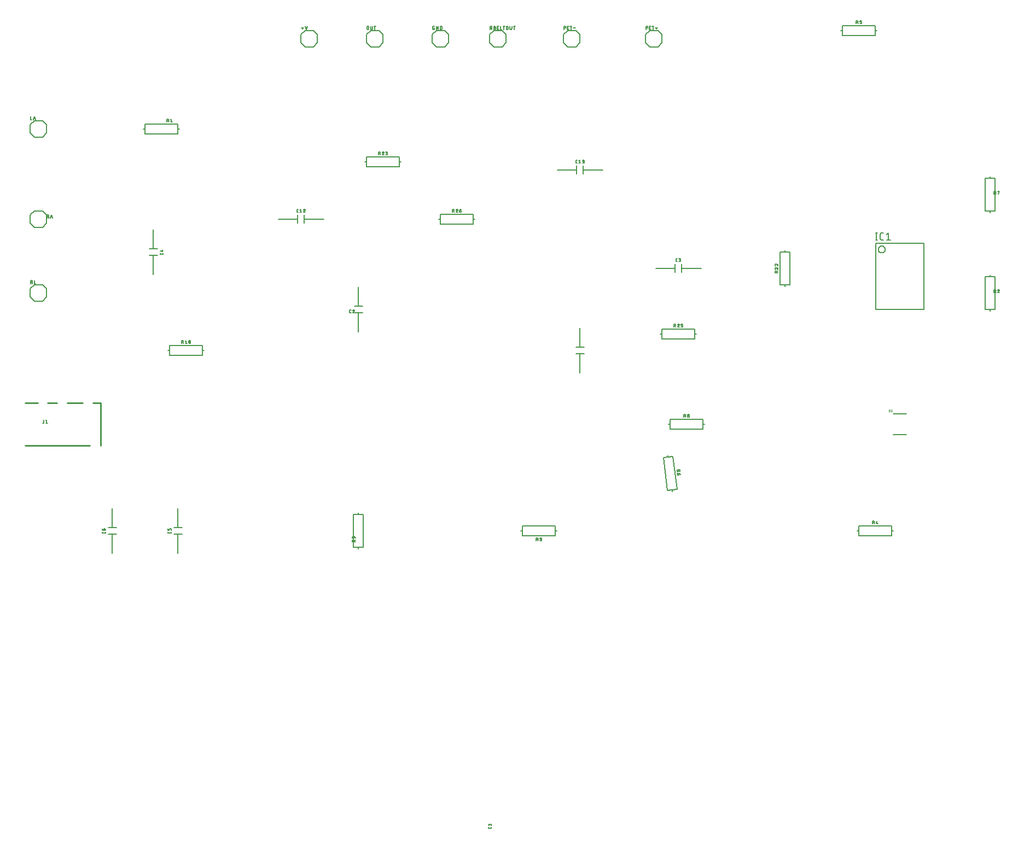
<source format=gbr>
G04 EAGLE Gerber RS-274X export*
G75*
%MOMM*%
%FSLAX34Y34*%
%LPD*%
%INSilkscreen Top*%
%IPPOS*%
%AMOC8*
5,1,8,0,0,1.08239X$1,22.5*%
G01*
%ADD10C,0.203200*%
%ADD11C,0.127000*%
%ADD12C,0.152400*%
%ADD13C,0.254000*%
%ADD14C,0.025400*%


D10*
X495300Y882650D02*
X488950Y889000D01*
X476250Y889000D01*
X469900Y882650D01*
X469900Y869950D01*
X476250Y863600D01*
X488950Y863600D01*
X495300Y869950D01*
X495300Y882650D01*
D11*
X473752Y892782D02*
X470535Y892782D01*
X472144Y894390D02*
X472144Y891173D01*
X477996Y890905D02*
X476387Y895731D01*
X479604Y895731D02*
X477996Y890905D01*
D10*
X901700Y398700D02*
X908050Y398700D01*
X901700Y398700D02*
X895350Y398700D01*
X901700Y388700D02*
X908050Y388700D01*
X901700Y388700D02*
X895350Y388700D01*
X901700Y398700D02*
X901700Y428700D01*
X901700Y388700D02*
X901700Y358700D01*
D11*
X764761Y-344396D02*
X764761Y-345468D01*
X764759Y-345533D01*
X764753Y-345597D01*
X764743Y-345661D01*
X764730Y-345725D01*
X764712Y-345787D01*
X764691Y-345848D01*
X764667Y-345908D01*
X764638Y-345966D01*
X764606Y-346023D01*
X764571Y-346077D01*
X764533Y-346129D01*
X764491Y-346179D01*
X764447Y-346226D01*
X764400Y-346270D01*
X764350Y-346312D01*
X764298Y-346350D01*
X764244Y-346385D01*
X764187Y-346417D01*
X764129Y-346446D01*
X764069Y-346470D01*
X764008Y-346491D01*
X763946Y-346509D01*
X763882Y-346522D01*
X763818Y-346532D01*
X763754Y-346538D01*
X763689Y-346540D01*
X763689Y-346541D02*
X761007Y-346541D01*
X760942Y-346539D01*
X760878Y-346533D01*
X760814Y-346523D01*
X760750Y-346510D01*
X760688Y-346492D01*
X760627Y-346471D01*
X760567Y-346446D01*
X760508Y-346418D01*
X760452Y-346386D01*
X760397Y-346351D01*
X760345Y-346313D01*
X760295Y-346271D01*
X760248Y-346227D01*
X760204Y-346180D01*
X760162Y-346130D01*
X760124Y-346078D01*
X760089Y-346023D01*
X760057Y-345967D01*
X760029Y-345908D01*
X760004Y-345849D01*
X759983Y-345787D01*
X759965Y-345725D01*
X759952Y-345661D01*
X759942Y-345597D01*
X759936Y-345533D01*
X759934Y-345468D01*
X759935Y-345468D02*
X759935Y-344396D01*
X761007Y-341940D02*
X759935Y-340600D01*
X764761Y-340600D01*
X764761Y-341940D02*
X764761Y-339259D01*
D10*
X464900Y596900D02*
X464900Y603250D01*
X464900Y596900D02*
X464900Y590550D01*
X474900Y596900D02*
X474900Y603250D01*
X474900Y596900D02*
X474900Y590550D01*
X464900Y596900D02*
X434900Y596900D01*
X474900Y596900D02*
X504900Y596900D01*
D11*
X465661Y607535D02*
X464588Y607535D01*
X464523Y607537D01*
X464459Y607543D01*
X464395Y607553D01*
X464331Y607566D01*
X464269Y607584D01*
X464208Y607605D01*
X464148Y607629D01*
X464090Y607658D01*
X464033Y607690D01*
X463979Y607725D01*
X463927Y607763D01*
X463877Y607805D01*
X463830Y607849D01*
X463786Y607896D01*
X463744Y607946D01*
X463706Y607998D01*
X463671Y608052D01*
X463639Y608109D01*
X463610Y608167D01*
X463586Y608227D01*
X463565Y608288D01*
X463547Y608350D01*
X463534Y608414D01*
X463524Y608478D01*
X463518Y608542D01*
X463516Y608607D01*
X463516Y611289D01*
X463518Y611354D01*
X463524Y611418D01*
X463534Y611482D01*
X463547Y611546D01*
X463565Y611608D01*
X463586Y611669D01*
X463610Y611729D01*
X463639Y611787D01*
X463671Y611844D01*
X463706Y611898D01*
X463744Y611950D01*
X463786Y612000D01*
X463830Y612047D01*
X463877Y612091D01*
X463927Y612133D01*
X463979Y612171D01*
X464033Y612206D01*
X464090Y612238D01*
X464148Y612267D01*
X464208Y612291D01*
X464269Y612312D01*
X464331Y612330D01*
X464395Y612343D01*
X464459Y612353D01*
X464523Y612359D01*
X464588Y612361D01*
X465661Y612361D01*
X468117Y611289D02*
X469457Y612361D01*
X469457Y607535D01*
X468117Y607535D02*
X470798Y607535D01*
X475078Y612361D02*
X475146Y612359D01*
X475213Y612353D01*
X475280Y612344D01*
X475347Y612331D01*
X475412Y612314D01*
X475477Y612293D01*
X475540Y612269D01*
X475602Y612241D01*
X475662Y612210D01*
X475720Y612176D01*
X475776Y612138D01*
X475831Y612098D01*
X475882Y612054D01*
X475931Y612007D01*
X475978Y611958D01*
X476022Y611907D01*
X476062Y611852D01*
X476100Y611796D01*
X476134Y611738D01*
X476165Y611678D01*
X476193Y611616D01*
X476217Y611553D01*
X476238Y611488D01*
X476255Y611423D01*
X476268Y611356D01*
X476277Y611289D01*
X476283Y611222D01*
X476285Y611154D01*
X475078Y612361D02*
X475000Y612359D01*
X474922Y612353D01*
X474845Y612343D01*
X474768Y612330D01*
X474692Y612312D01*
X474617Y612291D01*
X474543Y612266D01*
X474471Y612237D01*
X474400Y612205D01*
X474331Y612169D01*
X474263Y612130D01*
X474198Y612087D01*
X474135Y612041D01*
X474074Y611992D01*
X474016Y611940D01*
X473961Y611885D01*
X473908Y611828D01*
X473859Y611768D01*
X473812Y611705D01*
X473769Y611641D01*
X473729Y611574D01*
X473692Y611505D01*
X473659Y611434D01*
X473629Y611362D01*
X473603Y611289D01*
X475882Y610216D02*
X475931Y610265D01*
X475978Y610317D01*
X476021Y610372D01*
X476062Y610429D01*
X476100Y610488D01*
X476134Y610549D01*
X476165Y610612D01*
X476193Y610676D01*
X476217Y610742D01*
X476237Y610808D01*
X476254Y610876D01*
X476267Y610945D01*
X476276Y611014D01*
X476282Y611084D01*
X476284Y611154D01*
X475882Y610216D02*
X473603Y607535D01*
X476284Y607535D01*
D10*
X896700Y673100D02*
X896700Y679450D01*
X896700Y673100D02*
X896700Y666750D01*
X906700Y673100D02*
X906700Y679450D01*
X906700Y673100D02*
X906700Y666750D01*
X896700Y673100D02*
X866700Y673100D01*
X906700Y673100D02*
X936700Y673100D01*
D11*
X897461Y683735D02*
X896388Y683735D01*
X896323Y683737D01*
X896259Y683743D01*
X896195Y683753D01*
X896131Y683766D01*
X896069Y683784D01*
X896008Y683805D01*
X895948Y683829D01*
X895890Y683858D01*
X895833Y683890D01*
X895779Y683925D01*
X895727Y683963D01*
X895677Y684005D01*
X895630Y684049D01*
X895586Y684096D01*
X895544Y684146D01*
X895506Y684198D01*
X895471Y684252D01*
X895439Y684309D01*
X895410Y684367D01*
X895386Y684427D01*
X895365Y684488D01*
X895347Y684550D01*
X895334Y684614D01*
X895324Y684678D01*
X895318Y684742D01*
X895316Y684807D01*
X895316Y687489D01*
X895318Y687554D01*
X895324Y687618D01*
X895334Y687682D01*
X895347Y687746D01*
X895365Y687808D01*
X895386Y687869D01*
X895410Y687929D01*
X895439Y687987D01*
X895471Y688044D01*
X895506Y688098D01*
X895544Y688150D01*
X895586Y688200D01*
X895630Y688247D01*
X895677Y688291D01*
X895727Y688333D01*
X895779Y688371D01*
X895833Y688406D01*
X895890Y688438D01*
X895948Y688467D01*
X896008Y688491D01*
X896069Y688512D01*
X896131Y688530D01*
X896195Y688543D01*
X896259Y688553D01*
X896323Y688559D01*
X896388Y688561D01*
X897461Y688561D01*
X899917Y687489D02*
X901257Y688561D01*
X901257Y683735D01*
X899917Y683735D02*
X902598Y683735D01*
X905403Y683735D02*
X906744Y683735D01*
X906815Y683737D01*
X906887Y683743D01*
X906957Y683752D01*
X907027Y683765D01*
X907097Y683782D01*
X907165Y683803D01*
X907232Y683827D01*
X907298Y683855D01*
X907362Y683886D01*
X907425Y683921D01*
X907485Y683959D01*
X907544Y684000D01*
X907600Y684044D01*
X907654Y684091D01*
X907705Y684140D01*
X907753Y684193D01*
X907799Y684248D01*
X907841Y684305D01*
X907881Y684365D01*
X907917Y684426D01*
X907950Y684490D01*
X907979Y684555D01*
X908005Y684621D01*
X908028Y684689D01*
X908047Y684758D01*
X908062Y684828D01*
X908073Y684898D01*
X908081Y684969D01*
X908085Y685040D01*
X908085Y685112D01*
X908081Y685183D01*
X908073Y685254D01*
X908062Y685324D01*
X908047Y685394D01*
X908028Y685463D01*
X908005Y685531D01*
X907979Y685597D01*
X907950Y685662D01*
X907917Y685726D01*
X907881Y685787D01*
X907841Y685847D01*
X907799Y685904D01*
X907753Y685959D01*
X907705Y686012D01*
X907654Y686061D01*
X907600Y686108D01*
X907544Y686152D01*
X907485Y686193D01*
X907425Y686231D01*
X907362Y686266D01*
X907298Y686297D01*
X907232Y686325D01*
X907165Y686349D01*
X907097Y686370D01*
X907027Y686387D01*
X906957Y686400D01*
X906887Y686409D01*
X906815Y686415D01*
X906744Y686417D01*
X907012Y688561D02*
X905403Y688561D01*
X907012Y688561D02*
X907077Y688559D01*
X907141Y688553D01*
X907205Y688543D01*
X907269Y688530D01*
X907331Y688512D01*
X907392Y688491D01*
X907452Y688467D01*
X907510Y688438D01*
X907567Y688406D01*
X907621Y688371D01*
X907673Y688333D01*
X907723Y688291D01*
X907770Y688247D01*
X907814Y688200D01*
X907856Y688150D01*
X907894Y688098D01*
X907929Y688044D01*
X907961Y687987D01*
X907990Y687929D01*
X908014Y687869D01*
X908035Y687808D01*
X908053Y687746D01*
X908066Y687682D01*
X908076Y687618D01*
X908082Y687554D01*
X908084Y687489D01*
X908082Y687424D01*
X908076Y687360D01*
X908066Y687296D01*
X908053Y687232D01*
X908035Y687170D01*
X908014Y687109D01*
X907990Y687049D01*
X907961Y686991D01*
X907929Y686934D01*
X907894Y686880D01*
X907856Y686828D01*
X907814Y686778D01*
X907770Y686731D01*
X907723Y686687D01*
X907673Y686645D01*
X907621Y686607D01*
X907567Y686572D01*
X907510Y686540D01*
X907452Y686511D01*
X907392Y686487D01*
X907331Y686466D01*
X907269Y686448D01*
X907205Y686435D01*
X907141Y686425D01*
X907077Y686419D01*
X907012Y686417D01*
X907012Y686416D02*
X905939Y686416D01*
D10*
X558800Y452200D02*
X552450Y452200D01*
X558800Y452200D02*
X565150Y452200D01*
X558800Y462200D02*
X552450Y462200D01*
X558800Y462200D02*
X565150Y462200D01*
X558800Y452200D02*
X558800Y422200D01*
X558800Y462200D02*
X558800Y492200D01*
D11*
X547304Y451739D02*
X546232Y451739D01*
X546167Y451741D01*
X546103Y451747D01*
X546039Y451757D01*
X545975Y451770D01*
X545913Y451788D01*
X545852Y451809D01*
X545792Y451833D01*
X545734Y451862D01*
X545677Y451894D01*
X545623Y451929D01*
X545571Y451967D01*
X545521Y452009D01*
X545474Y452053D01*
X545430Y452100D01*
X545388Y452150D01*
X545350Y452202D01*
X545315Y452256D01*
X545283Y452313D01*
X545254Y452371D01*
X545230Y452431D01*
X545209Y452492D01*
X545191Y452554D01*
X545178Y452618D01*
X545168Y452682D01*
X545162Y452746D01*
X545160Y452811D01*
X545159Y452811D02*
X545159Y455493D01*
X545160Y455493D02*
X545162Y455558D01*
X545168Y455622D01*
X545178Y455686D01*
X545191Y455750D01*
X545209Y455812D01*
X545230Y455873D01*
X545254Y455933D01*
X545283Y455991D01*
X545315Y456048D01*
X545350Y456102D01*
X545388Y456154D01*
X545430Y456204D01*
X545474Y456251D01*
X545521Y456295D01*
X545571Y456337D01*
X545623Y456375D01*
X545677Y456410D01*
X545734Y456442D01*
X545792Y456471D01*
X545852Y456495D01*
X545913Y456516D01*
X545975Y456534D01*
X546039Y456547D01*
X546103Y456557D01*
X546167Y456563D01*
X546232Y456565D01*
X547304Y456565D01*
X551234Y456565D02*
X551302Y456563D01*
X551369Y456557D01*
X551436Y456548D01*
X551503Y456535D01*
X551568Y456518D01*
X551633Y456497D01*
X551696Y456473D01*
X551758Y456445D01*
X551818Y456414D01*
X551876Y456380D01*
X551932Y456342D01*
X551987Y456302D01*
X552038Y456258D01*
X552087Y456211D01*
X552134Y456162D01*
X552178Y456111D01*
X552218Y456056D01*
X552256Y456000D01*
X552290Y455942D01*
X552321Y455882D01*
X552349Y455820D01*
X552373Y455757D01*
X552394Y455692D01*
X552411Y455627D01*
X552424Y455560D01*
X552433Y455493D01*
X552439Y455426D01*
X552441Y455358D01*
X551234Y456565D02*
X551156Y456563D01*
X551078Y456557D01*
X551001Y456547D01*
X550924Y456534D01*
X550848Y456516D01*
X550773Y456495D01*
X550699Y456470D01*
X550627Y456441D01*
X550556Y456409D01*
X550487Y456373D01*
X550419Y456334D01*
X550354Y456291D01*
X550291Y456245D01*
X550230Y456196D01*
X550172Y456144D01*
X550117Y456089D01*
X550064Y456032D01*
X550015Y455972D01*
X549968Y455909D01*
X549925Y455845D01*
X549885Y455778D01*
X549848Y455709D01*
X549815Y455638D01*
X549785Y455566D01*
X549759Y455493D01*
X552039Y454420D02*
X552088Y454469D01*
X552135Y454521D01*
X552178Y454576D01*
X552219Y454633D01*
X552257Y454692D01*
X552291Y454753D01*
X552322Y454816D01*
X552350Y454880D01*
X552374Y454946D01*
X552394Y455012D01*
X552411Y455080D01*
X552424Y455149D01*
X552433Y455218D01*
X552439Y455288D01*
X552441Y455358D01*
X552039Y454420D02*
X549760Y451739D01*
X552441Y451739D01*
D10*
X1049100Y520700D02*
X1049100Y527050D01*
X1049100Y520700D02*
X1049100Y514350D01*
X1059100Y520700D02*
X1059100Y527050D01*
X1059100Y520700D02*
X1059100Y514350D01*
X1049100Y520700D02*
X1019100Y520700D01*
X1059100Y520700D02*
X1089100Y520700D01*
D11*
X1052604Y531335D02*
X1051532Y531335D01*
X1051467Y531337D01*
X1051403Y531343D01*
X1051339Y531353D01*
X1051275Y531366D01*
X1051213Y531384D01*
X1051152Y531405D01*
X1051092Y531429D01*
X1051034Y531458D01*
X1050977Y531490D01*
X1050923Y531525D01*
X1050871Y531563D01*
X1050821Y531605D01*
X1050774Y531649D01*
X1050730Y531696D01*
X1050688Y531746D01*
X1050650Y531798D01*
X1050615Y531852D01*
X1050583Y531909D01*
X1050554Y531967D01*
X1050530Y532027D01*
X1050509Y532088D01*
X1050491Y532150D01*
X1050478Y532214D01*
X1050468Y532278D01*
X1050462Y532342D01*
X1050460Y532407D01*
X1050459Y532407D02*
X1050459Y535089D01*
X1050460Y535089D02*
X1050462Y535154D01*
X1050468Y535218D01*
X1050478Y535282D01*
X1050491Y535346D01*
X1050509Y535408D01*
X1050530Y535469D01*
X1050554Y535529D01*
X1050583Y535587D01*
X1050615Y535644D01*
X1050650Y535698D01*
X1050688Y535750D01*
X1050730Y535800D01*
X1050774Y535847D01*
X1050821Y535891D01*
X1050871Y535933D01*
X1050923Y535971D01*
X1050977Y536006D01*
X1051034Y536038D01*
X1051092Y536067D01*
X1051152Y536091D01*
X1051213Y536112D01*
X1051275Y536130D01*
X1051339Y536143D01*
X1051403Y536153D01*
X1051467Y536159D01*
X1051532Y536161D01*
X1052604Y536161D01*
X1055060Y531335D02*
X1056400Y531335D01*
X1056471Y531337D01*
X1056543Y531343D01*
X1056613Y531352D01*
X1056683Y531365D01*
X1056753Y531382D01*
X1056821Y531403D01*
X1056888Y531427D01*
X1056954Y531455D01*
X1057018Y531486D01*
X1057081Y531521D01*
X1057141Y531559D01*
X1057200Y531600D01*
X1057256Y531644D01*
X1057310Y531691D01*
X1057361Y531740D01*
X1057409Y531793D01*
X1057455Y531848D01*
X1057497Y531905D01*
X1057537Y531965D01*
X1057573Y532026D01*
X1057606Y532090D01*
X1057635Y532155D01*
X1057661Y532221D01*
X1057684Y532289D01*
X1057703Y532358D01*
X1057718Y532428D01*
X1057729Y532498D01*
X1057737Y532569D01*
X1057741Y532640D01*
X1057741Y532712D01*
X1057737Y532783D01*
X1057729Y532854D01*
X1057718Y532924D01*
X1057703Y532994D01*
X1057684Y533063D01*
X1057661Y533131D01*
X1057635Y533197D01*
X1057606Y533262D01*
X1057573Y533326D01*
X1057537Y533387D01*
X1057497Y533447D01*
X1057455Y533504D01*
X1057409Y533559D01*
X1057361Y533612D01*
X1057310Y533661D01*
X1057256Y533708D01*
X1057200Y533752D01*
X1057141Y533793D01*
X1057081Y533831D01*
X1057018Y533866D01*
X1056954Y533897D01*
X1056888Y533925D01*
X1056821Y533949D01*
X1056753Y533970D01*
X1056683Y533987D01*
X1056613Y534000D01*
X1056543Y534009D01*
X1056471Y534015D01*
X1056400Y534017D01*
X1056668Y536161D02*
X1055060Y536161D01*
X1056668Y536161D02*
X1056733Y536159D01*
X1056797Y536153D01*
X1056861Y536143D01*
X1056925Y536130D01*
X1056987Y536112D01*
X1057048Y536091D01*
X1057108Y536067D01*
X1057166Y536038D01*
X1057223Y536006D01*
X1057277Y535971D01*
X1057329Y535933D01*
X1057379Y535891D01*
X1057426Y535847D01*
X1057470Y535800D01*
X1057512Y535750D01*
X1057550Y535698D01*
X1057585Y535644D01*
X1057617Y535587D01*
X1057646Y535529D01*
X1057670Y535469D01*
X1057691Y535408D01*
X1057709Y535346D01*
X1057722Y535282D01*
X1057732Y535218D01*
X1057738Y535154D01*
X1057740Y535089D01*
X1057738Y535024D01*
X1057732Y534960D01*
X1057722Y534896D01*
X1057709Y534832D01*
X1057691Y534770D01*
X1057670Y534709D01*
X1057646Y534649D01*
X1057617Y534591D01*
X1057585Y534534D01*
X1057550Y534480D01*
X1057512Y534428D01*
X1057470Y534378D01*
X1057426Y534331D01*
X1057379Y534287D01*
X1057329Y534245D01*
X1057277Y534207D01*
X1057223Y534172D01*
X1057166Y534140D01*
X1057108Y534111D01*
X1057048Y534087D01*
X1056987Y534066D01*
X1056925Y534048D01*
X1056861Y534035D01*
X1056797Y534025D01*
X1056733Y534019D01*
X1056668Y534017D01*
X1056668Y534016D02*
X1055596Y534016D01*
D10*
X698500Y882650D02*
X692150Y889000D01*
X679450Y889000D01*
X673100Y882650D01*
X673100Y869950D01*
X679450Y863600D01*
X692150Y863600D01*
X698500Y869950D01*
X698500Y882650D01*
D11*
X676416Y893586D02*
X675612Y893586D01*
X676416Y893586D02*
X676416Y890905D01*
X674807Y890905D01*
X674742Y890907D01*
X674678Y890913D01*
X674614Y890923D01*
X674550Y890936D01*
X674488Y890954D01*
X674427Y890975D01*
X674367Y890999D01*
X674309Y891028D01*
X674252Y891060D01*
X674198Y891095D01*
X674146Y891133D01*
X674096Y891175D01*
X674049Y891219D01*
X674005Y891266D01*
X673963Y891316D01*
X673925Y891368D01*
X673890Y891422D01*
X673858Y891479D01*
X673829Y891537D01*
X673805Y891597D01*
X673784Y891658D01*
X673766Y891720D01*
X673753Y891784D01*
X673743Y891848D01*
X673737Y891912D01*
X673735Y891977D01*
X673735Y894659D01*
X673737Y894724D01*
X673743Y894788D01*
X673753Y894852D01*
X673766Y894916D01*
X673784Y894978D01*
X673805Y895039D01*
X673829Y895099D01*
X673858Y895157D01*
X673890Y895214D01*
X673925Y895268D01*
X673963Y895320D01*
X674005Y895370D01*
X674049Y895417D01*
X674096Y895461D01*
X674146Y895503D01*
X674198Y895541D01*
X674252Y895576D01*
X674309Y895608D01*
X674367Y895637D01*
X674427Y895661D01*
X674488Y895682D01*
X674550Y895700D01*
X674614Y895713D01*
X674678Y895723D01*
X674742Y895729D01*
X674807Y895731D01*
X676416Y895731D01*
X679587Y895731D02*
X679587Y890905D01*
X682268Y890905D02*
X679587Y895731D01*
X682268Y895731D02*
X682268Y890905D01*
X685439Y890905D02*
X685439Y895731D01*
X686780Y895731D01*
X686850Y895729D01*
X686920Y895724D01*
X686990Y895714D01*
X687059Y895702D01*
X687127Y895685D01*
X687194Y895665D01*
X687261Y895642D01*
X687325Y895615D01*
X687389Y895585D01*
X687451Y895551D01*
X687510Y895515D01*
X687568Y895475D01*
X687624Y895432D01*
X687677Y895387D01*
X687728Y895338D01*
X687777Y895287D01*
X687822Y895234D01*
X687865Y895178D01*
X687905Y895120D01*
X687941Y895061D01*
X687975Y894999D01*
X688005Y894935D01*
X688032Y894871D01*
X688055Y894804D01*
X688075Y894737D01*
X688092Y894669D01*
X688104Y894600D01*
X688114Y894530D01*
X688119Y894460D01*
X688121Y894390D01*
X688120Y894390D02*
X688120Y892246D01*
X688121Y892246D02*
X688119Y892176D01*
X688114Y892106D01*
X688104Y892036D01*
X688092Y891967D01*
X688075Y891899D01*
X688055Y891832D01*
X688032Y891765D01*
X688005Y891701D01*
X687975Y891637D01*
X687941Y891575D01*
X687905Y891516D01*
X687865Y891458D01*
X687822Y891402D01*
X687777Y891349D01*
X687728Y891298D01*
X687677Y891249D01*
X687624Y891204D01*
X687568Y891161D01*
X687510Y891121D01*
X687450Y891085D01*
X687389Y891051D01*
X687325Y891021D01*
X687261Y890994D01*
X687194Y890971D01*
X687127Y890951D01*
X687059Y890934D01*
X686990Y890922D01*
X686920Y890912D01*
X686850Y890907D01*
X686780Y890905D01*
X685439Y890905D01*
D12*
X1359920Y559310D02*
X1359920Y457450D01*
X1434080Y457450D01*
X1434080Y559310D01*
X1359920Y559310D01*
X1363472Y550164D02*
X1363474Y550310D01*
X1363480Y550455D01*
X1363490Y550601D01*
X1363504Y550746D01*
X1363522Y550890D01*
X1363543Y551034D01*
X1363569Y551178D01*
X1363599Y551320D01*
X1363632Y551462D01*
X1363670Y551603D01*
X1363711Y551743D01*
X1363756Y551881D01*
X1363805Y552019D01*
X1363857Y552155D01*
X1363914Y552289D01*
X1363973Y552422D01*
X1364037Y552553D01*
X1364104Y552682D01*
X1364175Y552810D01*
X1364249Y552935D01*
X1364326Y553059D01*
X1364407Y553180D01*
X1364491Y553299D01*
X1364578Y553416D01*
X1364668Y553530D01*
X1364762Y553642D01*
X1364858Y553751D01*
X1364958Y553858D01*
X1365060Y553961D01*
X1365165Y554062D01*
X1365273Y554160D01*
X1365384Y554255D01*
X1365497Y554347D01*
X1365612Y554436D01*
X1365730Y554522D01*
X1365850Y554604D01*
X1365973Y554683D01*
X1366097Y554759D01*
X1366224Y554831D01*
X1366352Y554900D01*
X1366482Y554965D01*
X1366614Y555027D01*
X1366748Y555085D01*
X1366883Y555139D01*
X1367020Y555190D01*
X1367158Y555237D01*
X1367297Y555280D01*
X1367437Y555319D01*
X1367579Y555355D01*
X1367721Y555386D01*
X1367864Y555414D01*
X1368008Y555438D01*
X1368152Y555458D01*
X1368297Y555474D01*
X1368442Y555486D01*
X1368587Y555494D01*
X1368733Y555498D01*
X1368879Y555498D01*
X1369025Y555494D01*
X1369170Y555486D01*
X1369315Y555474D01*
X1369460Y555458D01*
X1369604Y555438D01*
X1369748Y555414D01*
X1369891Y555386D01*
X1370033Y555355D01*
X1370175Y555319D01*
X1370315Y555280D01*
X1370454Y555237D01*
X1370592Y555190D01*
X1370729Y555139D01*
X1370864Y555085D01*
X1370998Y555027D01*
X1371130Y554965D01*
X1371260Y554900D01*
X1371388Y554831D01*
X1371515Y554759D01*
X1371639Y554683D01*
X1371762Y554604D01*
X1371882Y554522D01*
X1372000Y554436D01*
X1372115Y554347D01*
X1372228Y554255D01*
X1372339Y554160D01*
X1372447Y554062D01*
X1372552Y553961D01*
X1372654Y553858D01*
X1372754Y553751D01*
X1372850Y553642D01*
X1372944Y553530D01*
X1373034Y553416D01*
X1373121Y553299D01*
X1373205Y553180D01*
X1373286Y553059D01*
X1373363Y552935D01*
X1373437Y552810D01*
X1373508Y552682D01*
X1373575Y552553D01*
X1373639Y552422D01*
X1373698Y552289D01*
X1373755Y552155D01*
X1373807Y552019D01*
X1373856Y551881D01*
X1373901Y551743D01*
X1373942Y551603D01*
X1373980Y551462D01*
X1374013Y551320D01*
X1374043Y551178D01*
X1374069Y551034D01*
X1374090Y550890D01*
X1374108Y550746D01*
X1374122Y550601D01*
X1374132Y550455D01*
X1374138Y550310D01*
X1374140Y550164D01*
X1374138Y550018D01*
X1374132Y549873D01*
X1374122Y549727D01*
X1374108Y549582D01*
X1374090Y549438D01*
X1374069Y549294D01*
X1374043Y549150D01*
X1374013Y549008D01*
X1373980Y548866D01*
X1373942Y548725D01*
X1373901Y548585D01*
X1373856Y548447D01*
X1373807Y548309D01*
X1373755Y548173D01*
X1373698Y548039D01*
X1373639Y547906D01*
X1373575Y547775D01*
X1373508Y547646D01*
X1373437Y547518D01*
X1373363Y547393D01*
X1373286Y547269D01*
X1373205Y547148D01*
X1373121Y547029D01*
X1373034Y546912D01*
X1372944Y546798D01*
X1372850Y546686D01*
X1372754Y546577D01*
X1372654Y546470D01*
X1372552Y546367D01*
X1372447Y546266D01*
X1372339Y546168D01*
X1372228Y546073D01*
X1372115Y545981D01*
X1372000Y545892D01*
X1371882Y545806D01*
X1371762Y545724D01*
X1371639Y545645D01*
X1371515Y545569D01*
X1371388Y545497D01*
X1371260Y545428D01*
X1371130Y545363D01*
X1370998Y545301D01*
X1370864Y545243D01*
X1370729Y545189D01*
X1370592Y545138D01*
X1370454Y545091D01*
X1370315Y545048D01*
X1370175Y545009D01*
X1370033Y544973D01*
X1369891Y544942D01*
X1369748Y544914D01*
X1369604Y544890D01*
X1369460Y544870D01*
X1369315Y544854D01*
X1369170Y544842D01*
X1369025Y544834D01*
X1368879Y544830D01*
X1368733Y544830D01*
X1368587Y544834D01*
X1368442Y544842D01*
X1368297Y544854D01*
X1368152Y544870D01*
X1368008Y544890D01*
X1367864Y544914D01*
X1367721Y544942D01*
X1367579Y544973D01*
X1367437Y545009D01*
X1367297Y545048D01*
X1367158Y545091D01*
X1367020Y545138D01*
X1366883Y545189D01*
X1366748Y545243D01*
X1366614Y545301D01*
X1366482Y545363D01*
X1366352Y545428D01*
X1366224Y545497D01*
X1366097Y545569D01*
X1365973Y545645D01*
X1365850Y545724D01*
X1365730Y545806D01*
X1365612Y545892D01*
X1365497Y545981D01*
X1365384Y546073D01*
X1365273Y546168D01*
X1365165Y546266D01*
X1365060Y546367D01*
X1364958Y546470D01*
X1364858Y546577D01*
X1364762Y546686D01*
X1364668Y546798D01*
X1364578Y546912D01*
X1364491Y547029D01*
X1364407Y547148D01*
X1364326Y547269D01*
X1364249Y547393D01*
X1364175Y547518D01*
X1364104Y547646D01*
X1364037Y547775D01*
X1363973Y547906D01*
X1363914Y548039D01*
X1363857Y548173D01*
X1363805Y548309D01*
X1363756Y548447D01*
X1363711Y548585D01*
X1363670Y548725D01*
X1363632Y548866D01*
X1363599Y549008D01*
X1363569Y549150D01*
X1363543Y549294D01*
X1363522Y549438D01*
X1363504Y549582D01*
X1363490Y549727D01*
X1363480Y549873D01*
X1363474Y550018D01*
X1363472Y550164D01*
D11*
X1360805Y564515D02*
X1360805Y575945D01*
X1359535Y564515D02*
X1362075Y564515D01*
X1362075Y575945D02*
X1359535Y575945D01*
X1369277Y564515D02*
X1371817Y564515D01*
X1369277Y564515D02*
X1369177Y564517D01*
X1369078Y564523D01*
X1368978Y564533D01*
X1368880Y564546D01*
X1368781Y564564D01*
X1368684Y564585D01*
X1368588Y564610D01*
X1368492Y564639D01*
X1368398Y564672D01*
X1368305Y564708D01*
X1368214Y564748D01*
X1368124Y564792D01*
X1368036Y564839D01*
X1367950Y564889D01*
X1367866Y564943D01*
X1367784Y565000D01*
X1367705Y565060D01*
X1367627Y565124D01*
X1367553Y565190D01*
X1367481Y565259D01*
X1367412Y565331D01*
X1367346Y565405D01*
X1367282Y565483D01*
X1367222Y565562D01*
X1367165Y565644D01*
X1367111Y565728D01*
X1367061Y565814D01*
X1367014Y565902D01*
X1366970Y565992D01*
X1366930Y566083D01*
X1366894Y566176D01*
X1366861Y566270D01*
X1366832Y566366D01*
X1366807Y566462D01*
X1366786Y566559D01*
X1366768Y566658D01*
X1366755Y566756D01*
X1366745Y566856D01*
X1366739Y566955D01*
X1366737Y567055D01*
X1366737Y573405D01*
X1366739Y573505D01*
X1366745Y573604D01*
X1366755Y573704D01*
X1366768Y573802D01*
X1366786Y573901D01*
X1366807Y573998D01*
X1366832Y574094D01*
X1366861Y574190D01*
X1366894Y574284D01*
X1366930Y574377D01*
X1366970Y574468D01*
X1367014Y574558D01*
X1367061Y574646D01*
X1367111Y574732D01*
X1367165Y574816D01*
X1367222Y574898D01*
X1367282Y574977D01*
X1367346Y575055D01*
X1367412Y575129D01*
X1367481Y575201D01*
X1367553Y575270D01*
X1367627Y575336D01*
X1367705Y575400D01*
X1367784Y575460D01*
X1367866Y575517D01*
X1367950Y575571D01*
X1368036Y575621D01*
X1368124Y575668D01*
X1368214Y575712D01*
X1368305Y575752D01*
X1368398Y575788D01*
X1368492Y575821D01*
X1368588Y575850D01*
X1368684Y575875D01*
X1368781Y575896D01*
X1368880Y575914D01*
X1368978Y575927D01*
X1369078Y575937D01*
X1369177Y575943D01*
X1369277Y575945D01*
X1371817Y575945D01*
X1376299Y573405D02*
X1379474Y575945D01*
X1379474Y564515D01*
X1376299Y564515D02*
X1382649Y564515D01*
D13*
X143100Y246400D02*
X43100Y246400D01*
X160100Y246400D02*
X160100Y312400D01*
X148100Y312400D01*
X132100Y312400D02*
X108100Y312400D01*
X92100Y312400D02*
X78100Y312400D01*
X62100Y312400D02*
X43100Y312400D01*
D11*
X72094Y286131D02*
X72094Y282377D01*
X72093Y282377D02*
X72091Y282312D01*
X72085Y282248D01*
X72075Y282184D01*
X72062Y282120D01*
X72044Y282058D01*
X72023Y281997D01*
X71999Y281937D01*
X71970Y281879D01*
X71938Y281822D01*
X71903Y281768D01*
X71865Y281716D01*
X71823Y281666D01*
X71779Y281619D01*
X71732Y281575D01*
X71682Y281533D01*
X71630Y281495D01*
X71576Y281460D01*
X71519Y281428D01*
X71461Y281399D01*
X71401Y281375D01*
X71340Y281354D01*
X71278Y281336D01*
X71214Y281323D01*
X71150Y281313D01*
X71086Y281307D01*
X71021Y281305D01*
X70485Y281305D01*
X75042Y285059D02*
X76382Y286131D01*
X76382Y281305D01*
X75042Y281305D02*
X77723Y281305D01*
D10*
X76200Y742950D02*
X69850Y749300D01*
X57150Y749300D01*
X50800Y742950D01*
X50800Y730250D01*
X57150Y723900D01*
X69850Y723900D01*
X76200Y730250D01*
X76200Y742950D01*
D11*
X51435Y751205D02*
X51435Y756031D01*
X51435Y751205D02*
X53580Y751205D01*
X55719Y751205D02*
X57328Y756031D01*
X58937Y751205D01*
X58534Y752412D02*
X56121Y752412D01*
D10*
X590550Y889000D02*
X596900Y882650D01*
X590550Y889000D02*
X577850Y889000D01*
X571500Y882650D01*
X571500Y869950D01*
X577850Y863600D01*
X590550Y863600D01*
X596900Y869950D01*
X596900Y882650D01*
D11*
X572135Y892246D02*
X572135Y894390D01*
X572137Y894461D01*
X572143Y894533D01*
X572152Y894603D01*
X572165Y894673D01*
X572182Y894743D01*
X572203Y894811D01*
X572227Y894878D01*
X572255Y894944D01*
X572286Y895008D01*
X572321Y895071D01*
X572359Y895131D01*
X572400Y895190D01*
X572444Y895246D01*
X572491Y895300D01*
X572540Y895351D01*
X572593Y895399D01*
X572648Y895445D01*
X572705Y895487D01*
X572765Y895527D01*
X572826Y895563D01*
X572890Y895596D01*
X572955Y895625D01*
X573021Y895651D01*
X573089Y895674D01*
X573158Y895693D01*
X573228Y895708D01*
X573298Y895719D01*
X573369Y895727D01*
X573440Y895731D01*
X573512Y895731D01*
X573583Y895727D01*
X573654Y895719D01*
X573724Y895708D01*
X573794Y895693D01*
X573863Y895674D01*
X573931Y895651D01*
X573997Y895625D01*
X574062Y895596D01*
X574126Y895563D01*
X574187Y895527D01*
X574247Y895487D01*
X574304Y895445D01*
X574359Y895399D01*
X574412Y895351D01*
X574461Y895300D01*
X574508Y895246D01*
X574552Y895190D01*
X574593Y895131D01*
X574631Y895071D01*
X574666Y895008D01*
X574697Y894944D01*
X574725Y894878D01*
X574749Y894811D01*
X574770Y894743D01*
X574787Y894673D01*
X574800Y894603D01*
X574809Y894533D01*
X574815Y894461D01*
X574817Y894390D01*
X574816Y894390D02*
X574816Y892246D01*
X574817Y892246D02*
X574815Y892175D01*
X574809Y892103D01*
X574800Y892033D01*
X574787Y891963D01*
X574770Y891893D01*
X574749Y891825D01*
X574725Y891758D01*
X574697Y891692D01*
X574666Y891628D01*
X574631Y891565D01*
X574593Y891505D01*
X574552Y891446D01*
X574508Y891390D01*
X574461Y891336D01*
X574412Y891285D01*
X574359Y891237D01*
X574304Y891191D01*
X574247Y891149D01*
X574187Y891109D01*
X574126Y891073D01*
X574062Y891040D01*
X573997Y891011D01*
X573931Y890985D01*
X573863Y890962D01*
X573794Y890943D01*
X573724Y890928D01*
X573654Y890917D01*
X573583Y890909D01*
X573512Y890905D01*
X573440Y890905D01*
X573369Y890909D01*
X573298Y890917D01*
X573228Y890928D01*
X573158Y890943D01*
X573089Y890962D01*
X573021Y890985D01*
X572955Y891011D01*
X572890Y891040D01*
X572826Y891073D01*
X572765Y891109D01*
X572705Y891149D01*
X572648Y891191D01*
X572593Y891237D01*
X572540Y891285D01*
X572491Y891336D01*
X572444Y891390D01*
X572400Y891446D01*
X572359Y891505D01*
X572321Y891565D01*
X572286Y891628D01*
X572255Y891692D01*
X572227Y891758D01*
X572203Y891825D01*
X572182Y891893D01*
X572165Y891963D01*
X572152Y892033D01*
X572143Y892103D01*
X572137Y892175D01*
X572135Y892246D01*
X577804Y892246D02*
X577804Y895731D01*
X577804Y892246D02*
X577806Y892175D01*
X577812Y892103D01*
X577821Y892033D01*
X577834Y891963D01*
X577851Y891893D01*
X577872Y891825D01*
X577896Y891758D01*
X577924Y891692D01*
X577955Y891628D01*
X577990Y891565D01*
X578028Y891505D01*
X578069Y891446D01*
X578113Y891390D01*
X578160Y891336D01*
X578209Y891285D01*
X578262Y891237D01*
X578317Y891191D01*
X578374Y891149D01*
X578434Y891109D01*
X578495Y891073D01*
X578559Y891040D01*
X578624Y891011D01*
X578690Y890985D01*
X578758Y890962D01*
X578827Y890943D01*
X578897Y890928D01*
X578967Y890917D01*
X579038Y890909D01*
X579109Y890905D01*
X579181Y890905D01*
X579252Y890909D01*
X579323Y890917D01*
X579393Y890928D01*
X579463Y890943D01*
X579532Y890962D01*
X579600Y890985D01*
X579666Y891011D01*
X579731Y891040D01*
X579795Y891073D01*
X579856Y891109D01*
X579916Y891149D01*
X579973Y891191D01*
X580028Y891237D01*
X580081Y891285D01*
X580130Y891336D01*
X580177Y891390D01*
X580221Y891446D01*
X580262Y891505D01*
X580300Y891565D01*
X580335Y891628D01*
X580366Y891692D01*
X580394Y891758D01*
X580418Y891825D01*
X580439Y891893D01*
X580456Y891963D01*
X580469Y892033D01*
X580478Y892103D01*
X580484Y892175D01*
X580486Y892246D01*
X580485Y892246D02*
X580485Y895731D01*
X584448Y895731D02*
X584448Y890905D01*
X583108Y895731D02*
X585789Y895731D01*
D10*
X1022350Y889000D02*
X1028700Y882650D01*
X1022350Y889000D02*
X1009650Y889000D01*
X1003300Y882650D01*
X1003300Y869950D01*
X1009650Y863600D01*
X1022350Y863600D01*
X1028700Y869950D01*
X1028700Y882650D01*
D11*
X1003935Y890905D02*
X1003935Y895731D01*
X1005276Y895731D01*
X1005347Y895729D01*
X1005419Y895723D01*
X1005489Y895714D01*
X1005559Y895701D01*
X1005629Y895684D01*
X1005697Y895663D01*
X1005764Y895639D01*
X1005830Y895611D01*
X1005894Y895580D01*
X1005957Y895545D01*
X1006017Y895507D01*
X1006076Y895466D01*
X1006132Y895422D01*
X1006186Y895375D01*
X1006237Y895326D01*
X1006285Y895273D01*
X1006331Y895218D01*
X1006373Y895161D01*
X1006413Y895101D01*
X1006449Y895040D01*
X1006482Y894976D01*
X1006511Y894911D01*
X1006537Y894845D01*
X1006560Y894777D01*
X1006579Y894708D01*
X1006594Y894638D01*
X1006605Y894568D01*
X1006613Y894497D01*
X1006617Y894426D01*
X1006617Y894354D01*
X1006613Y894283D01*
X1006605Y894212D01*
X1006594Y894142D01*
X1006579Y894072D01*
X1006560Y894003D01*
X1006537Y893935D01*
X1006511Y893869D01*
X1006482Y893804D01*
X1006449Y893740D01*
X1006413Y893679D01*
X1006373Y893619D01*
X1006331Y893562D01*
X1006285Y893507D01*
X1006237Y893454D01*
X1006186Y893405D01*
X1006132Y893358D01*
X1006076Y893314D01*
X1006017Y893273D01*
X1005957Y893235D01*
X1005894Y893200D01*
X1005830Y893169D01*
X1005764Y893141D01*
X1005697Y893117D01*
X1005629Y893096D01*
X1005559Y893079D01*
X1005489Y893066D01*
X1005419Y893057D01*
X1005347Y893051D01*
X1005276Y893049D01*
X1005276Y893050D02*
X1003935Y893050D01*
X1009294Y890905D02*
X1011439Y890905D01*
X1009294Y890905D02*
X1009294Y895731D01*
X1011439Y895731D01*
X1010903Y893586D02*
X1009294Y893586D01*
X1014822Y895731D02*
X1014822Y890905D01*
X1013481Y895731D02*
X1016162Y895731D01*
X1018699Y892782D02*
X1021917Y892782D01*
X1020308Y894390D02*
X1020308Y891173D01*
D10*
X901700Y882650D02*
X895350Y889000D01*
X882650Y889000D01*
X876300Y882650D01*
X876300Y869950D01*
X882650Y863600D01*
X895350Y863600D01*
X901700Y869950D01*
X901700Y882650D01*
D11*
X876935Y890905D02*
X876935Y895731D01*
X878276Y895731D01*
X878347Y895729D01*
X878419Y895723D01*
X878489Y895714D01*
X878559Y895701D01*
X878629Y895684D01*
X878697Y895663D01*
X878764Y895639D01*
X878830Y895611D01*
X878894Y895580D01*
X878957Y895545D01*
X879017Y895507D01*
X879076Y895466D01*
X879132Y895422D01*
X879186Y895375D01*
X879237Y895326D01*
X879285Y895273D01*
X879331Y895218D01*
X879373Y895161D01*
X879413Y895101D01*
X879449Y895040D01*
X879482Y894976D01*
X879511Y894911D01*
X879537Y894845D01*
X879560Y894777D01*
X879579Y894708D01*
X879594Y894638D01*
X879605Y894568D01*
X879613Y894497D01*
X879617Y894426D01*
X879617Y894354D01*
X879613Y894283D01*
X879605Y894212D01*
X879594Y894142D01*
X879579Y894072D01*
X879560Y894003D01*
X879537Y893935D01*
X879511Y893869D01*
X879482Y893804D01*
X879449Y893740D01*
X879413Y893679D01*
X879373Y893619D01*
X879331Y893562D01*
X879285Y893507D01*
X879237Y893454D01*
X879186Y893405D01*
X879132Y893358D01*
X879076Y893314D01*
X879017Y893273D01*
X878957Y893235D01*
X878894Y893200D01*
X878830Y893169D01*
X878764Y893141D01*
X878697Y893117D01*
X878629Y893096D01*
X878559Y893079D01*
X878489Y893066D01*
X878419Y893057D01*
X878347Y893051D01*
X878276Y893049D01*
X878276Y893050D02*
X876935Y893050D01*
X882294Y890905D02*
X884439Y890905D01*
X882294Y890905D02*
X882294Y895731D01*
X884439Y895731D01*
X883903Y893586D02*
X882294Y893586D01*
X887822Y895731D02*
X887822Y890905D01*
X886481Y895731D02*
X889162Y895731D01*
X891699Y892782D02*
X894917Y892782D01*
D10*
X279400Y744220D02*
X228600Y744220D01*
X279400Y744220D02*
X279400Y736600D01*
X279400Y728980D01*
X228600Y728980D01*
X228600Y736600D01*
X228600Y744220D01*
X279400Y736600D02*
X281940Y736600D01*
X228600Y736600D02*
X226060Y736600D01*
D11*
X262648Y747395D02*
X262648Y752221D01*
X263989Y752221D01*
X264060Y752219D01*
X264132Y752213D01*
X264202Y752204D01*
X264272Y752191D01*
X264342Y752174D01*
X264410Y752153D01*
X264477Y752129D01*
X264543Y752101D01*
X264607Y752070D01*
X264670Y752035D01*
X264730Y751997D01*
X264789Y751956D01*
X264845Y751912D01*
X264899Y751865D01*
X264950Y751816D01*
X264998Y751763D01*
X265044Y751708D01*
X265086Y751651D01*
X265126Y751591D01*
X265162Y751530D01*
X265195Y751466D01*
X265224Y751401D01*
X265250Y751335D01*
X265273Y751267D01*
X265292Y751198D01*
X265307Y751128D01*
X265318Y751058D01*
X265326Y750987D01*
X265330Y750916D01*
X265330Y750844D01*
X265326Y750773D01*
X265318Y750702D01*
X265307Y750632D01*
X265292Y750562D01*
X265273Y750493D01*
X265250Y750425D01*
X265224Y750359D01*
X265195Y750294D01*
X265162Y750230D01*
X265126Y750169D01*
X265086Y750109D01*
X265044Y750052D01*
X264998Y749997D01*
X264950Y749944D01*
X264899Y749895D01*
X264845Y749848D01*
X264789Y749804D01*
X264730Y749763D01*
X264670Y749725D01*
X264607Y749690D01*
X264543Y749659D01*
X264477Y749631D01*
X264410Y749607D01*
X264342Y749586D01*
X264272Y749569D01*
X264202Y749556D01*
X264132Y749547D01*
X264060Y749541D01*
X263989Y749539D01*
X263989Y749540D02*
X262648Y749540D01*
X264257Y749540D02*
X265329Y747395D01*
X268071Y751149D02*
X269411Y752221D01*
X269411Y747395D01*
X268071Y747395D02*
X270752Y747395D01*
D10*
X1544320Y508000D02*
X1544320Y457200D01*
X1536700Y457200D01*
X1529080Y457200D01*
X1529080Y508000D01*
X1536700Y508000D01*
X1544320Y508000D01*
X1536700Y457200D02*
X1536700Y454660D01*
X1536700Y508000D02*
X1536700Y510540D01*
D11*
X1542808Y488061D02*
X1542808Y483235D01*
X1542808Y488061D02*
X1544149Y488061D01*
X1544220Y488059D01*
X1544292Y488053D01*
X1544362Y488044D01*
X1544432Y488031D01*
X1544502Y488014D01*
X1544570Y487993D01*
X1544637Y487969D01*
X1544703Y487941D01*
X1544767Y487910D01*
X1544830Y487875D01*
X1544890Y487837D01*
X1544949Y487796D01*
X1545005Y487752D01*
X1545059Y487705D01*
X1545110Y487656D01*
X1545158Y487603D01*
X1545204Y487548D01*
X1545246Y487491D01*
X1545286Y487431D01*
X1545322Y487370D01*
X1545355Y487306D01*
X1545384Y487241D01*
X1545410Y487175D01*
X1545433Y487107D01*
X1545452Y487038D01*
X1545467Y486968D01*
X1545478Y486898D01*
X1545486Y486827D01*
X1545490Y486756D01*
X1545490Y486684D01*
X1545486Y486613D01*
X1545478Y486542D01*
X1545467Y486472D01*
X1545452Y486402D01*
X1545433Y486333D01*
X1545410Y486265D01*
X1545384Y486199D01*
X1545355Y486134D01*
X1545322Y486070D01*
X1545286Y486009D01*
X1545246Y485949D01*
X1545204Y485892D01*
X1545158Y485837D01*
X1545110Y485784D01*
X1545059Y485735D01*
X1545005Y485688D01*
X1544949Y485644D01*
X1544890Y485603D01*
X1544830Y485565D01*
X1544767Y485530D01*
X1544703Y485499D01*
X1544637Y485471D01*
X1544570Y485447D01*
X1544502Y485426D01*
X1544432Y485409D01*
X1544362Y485396D01*
X1544292Y485387D01*
X1544220Y485381D01*
X1544149Y485379D01*
X1544149Y485380D02*
X1542808Y485380D01*
X1544417Y485380D02*
X1545489Y483235D01*
X1549705Y488061D02*
X1549773Y488059D01*
X1549840Y488053D01*
X1549907Y488044D01*
X1549974Y488031D01*
X1550039Y488014D01*
X1550104Y487993D01*
X1550167Y487969D01*
X1550229Y487941D01*
X1550289Y487910D01*
X1550347Y487876D01*
X1550403Y487838D01*
X1550458Y487798D01*
X1550509Y487754D01*
X1550558Y487707D01*
X1550605Y487658D01*
X1550649Y487607D01*
X1550689Y487552D01*
X1550727Y487496D01*
X1550761Y487438D01*
X1550792Y487378D01*
X1550820Y487316D01*
X1550844Y487253D01*
X1550865Y487188D01*
X1550882Y487123D01*
X1550895Y487056D01*
X1550904Y486989D01*
X1550910Y486922D01*
X1550912Y486854D01*
X1549705Y488061D02*
X1549627Y488059D01*
X1549549Y488053D01*
X1549472Y488043D01*
X1549395Y488030D01*
X1549319Y488012D01*
X1549244Y487991D01*
X1549170Y487966D01*
X1549098Y487937D01*
X1549027Y487905D01*
X1548958Y487869D01*
X1548890Y487830D01*
X1548825Y487787D01*
X1548762Y487741D01*
X1548701Y487692D01*
X1548643Y487640D01*
X1548588Y487585D01*
X1548535Y487528D01*
X1548486Y487468D01*
X1548439Y487405D01*
X1548396Y487341D01*
X1548356Y487274D01*
X1548319Y487205D01*
X1548286Y487134D01*
X1548256Y487062D01*
X1548230Y486989D01*
X1550510Y485916D02*
X1550559Y485965D01*
X1550606Y486017D01*
X1550649Y486072D01*
X1550690Y486129D01*
X1550728Y486188D01*
X1550762Y486249D01*
X1550793Y486312D01*
X1550821Y486376D01*
X1550845Y486442D01*
X1550865Y486508D01*
X1550882Y486576D01*
X1550895Y486645D01*
X1550904Y486714D01*
X1550910Y486784D01*
X1550912Y486854D01*
X1550510Y485916D02*
X1548231Y483235D01*
X1550912Y483235D01*
D10*
X1211580Y495300D02*
X1211580Y546100D01*
X1219200Y546100D01*
X1226820Y546100D01*
X1226820Y495300D01*
X1219200Y495300D01*
X1211580Y495300D01*
X1219200Y546100D02*
X1219200Y548640D01*
X1219200Y495300D02*
X1219200Y492760D01*
D11*
X1208405Y513905D02*
X1203579Y513905D01*
X1203579Y515246D01*
X1203581Y515317D01*
X1203587Y515389D01*
X1203596Y515459D01*
X1203609Y515529D01*
X1203626Y515599D01*
X1203647Y515667D01*
X1203671Y515734D01*
X1203699Y515800D01*
X1203730Y515864D01*
X1203765Y515927D01*
X1203803Y515987D01*
X1203844Y516046D01*
X1203888Y516102D01*
X1203935Y516156D01*
X1203984Y516207D01*
X1204037Y516255D01*
X1204092Y516301D01*
X1204149Y516343D01*
X1204209Y516383D01*
X1204270Y516419D01*
X1204334Y516452D01*
X1204399Y516481D01*
X1204465Y516507D01*
X1204533Y516530D01*
X1204602Y516549D01*
X1204672Y516564D01*
X1204742Y516575D01*
X1204813Y516583D01*
X1204884Y516587D01*
X1204956Y516587D01*
X1205027Y516583D01*
X1205098Y516575D01*
X1205168Y516564D01*
X1205238Y516549D01*
X1205307Y516530D01*
X1205375Y516507D01*
X1205441Y516481D01*
X1205506Y516452D01*
X1205570Y516419D01*
X1205631Y516383D01*
X1205691Y516343D01*
X1205748Y516301D01*
X1205803Y516255D01*
X1205856Y516207D01*
X1205905Y516156D01*
X1205952Y516102D01*
X1205996Y516046D01*
X1206037Y515987D01*
X1206075Y515927D01*
X1206110Y515864D01*
X1206141Y515800D01*
X1206169Y515734D01*
X1206193Y515667D01*
X1206214Y515599D01*
X1206231Y515529D01*
X1206244Y515459D01*
X1206253Y515389D01*
X1206259Y515317D01*
X1206261Y515246D01*
X1206260Y515246D02*
X1206260Y513905D01*
X1206260Y515514D02*
X1208405Y516586D01*
X1203579Y520802D02*
X1203581Y520870D01*
X1203587Y520937D01*
X1203596Y521004D01*
X1203609Y521071D01*
X1203626Y521136D01*
X1203647Y521201D01*
X1203671Y521264D01*
X1203699Y521326D01*
X1203730Y521386D01*
X1203764Y521444D01*
X1203802Y521500D01*
X1203842Y521555D01*
X1203886Y521606D01*
X1203933Y521655D01*
X1203982Y521702D01*
X1204033Y521746D01*
X1204088Y521786D01*
X1204144Y521824D01*
X1204202Y521858D01*
X1204262Y521889D01*
X1204324Y521917D01*
X1204387Y521941D01*
X1204452Y521962D01*
X1204517Y521979D01*
X1204584Y521992D01*
X1204651Y522001D01*
X1204718Y522007D01*
X1204786Y522009D01*
X1203579Y520802D02*
X1203581Y520724D01*
X1203587Y520646D01*
X1203597Y520569D01*
X1203610Y520492D01*
X1203628Y520416D01*
X1203649Y520341D01*
X1203674Y520267D01*
X1203703Y520195D01*
X1203735Y520124D01*
X1203771Y520055D01*
X1203810Y519987D01*
X1203853Y519922D01*
X1203899Y519859D01*
X1203948Y519798D01*
X1204000Y519740D01*
X1204055Y519685D01*
X1204112Y519632D01*
X1204172Y519583D01*
X1204235Y519536D01*
X1204300Y519493D01*
X1204366Y519453D01*
X1204435Y519416D01*
X1204506Y519383D01*
X1204578Y519353D01*
X1204652Y519327D01*
X1205724Y521607D02*
X1205675Y521656D01*
X1205623Y521703D01*
X1205568Y521746D01*
X1205511Y521787D01*
X1205452Y521825D01*
X1205391Y521859D01*
X1205328Y521890D01*
X1205264Y521918D01*
X1205198Y521942D01*
X1205132Y521962D01*
X1205064Y521979D01*
X1204995Y521992D01*
X1204926Y522001D01*
X1204856Y522007D01*
X1204786Y522009D01*
X1205724Y521607D02*
X1208405Y519328D01*
X1208405Y522009D01*
X1203579Y526289D02*
X1203581Y526357D01*
X1203587Y526424D01*
X1203596Y526491D01*
X1203609Y526558D01*
X1203626Y526623D01*
X1203647Y526688D01*
X1203671Y526751D01*
X1203699Y526813D01*
X1203730Y526873D01*
X1203764Y526931D01*
X1203802Y526987D01*
X1203842Y527042D01*
X1203886Y527093D01*
X1203933Y527142D01*
X1203982Y527189D01*
X1204033Y527233D01*
X1204088Y527273D01*
X1204144Y527311D01*
X1204202Y527345D01*
X1204262Y527376D01*
X1204324Y527404D01*
X1204387Y527428D01*
X1204452Y527449D01*
X1204517Y527466D01*
X1204584Y527479D01*
X1204651Y527488D01*
X1204718Y527494D01*
X1204786Y527496D01*
X1203579Y526288D02*
X1203581Y526210D01*
X1203587Y526132D01*
X1203597Y526055D01*
X1203610Y525978D01*
X1203628Y525902D01*
X1203649Y525827D01*
X1203674Y525753D01*
X1203703Y525681D01*
X1203735Y525610D01*
X1203771Y525541D01*
X1203810Y525473D01*
X1203853Y525408D01*
X1203899Y525345D01*
X1203948Y525284D01*
X1204000Y525226D01*
X1204055Y525171D01*
X1204112Y525118D01*
X1204172Y525069D01*
X1204235Y525022D01*
X1204300Y524979D01*
X1204366Y524939D01*
X1204435Y524902D01*
X1204506Y524869D01*
X1204578Y524839D01*
X1204652Y524813D01*
X1205724Y527093D02*
X1205675Y527142D01*
X1205623Y527189D01*
X1205568Y527232D01*
X1205511Y527273D01*
X1205452Y527311D01*
X1205391Y527345D01*
X1205328Y527376D01*
X1205264Y527404D01*
X1205198Y527428D01*
X1205132Y527448D01*
X1205064Y527465D01*
X1204995Y527478D01*
X1204926Y527487D01*
X1204856Y527493D01*
X1204786Y527495D01*
X1205724Y527093D02*
X1208405Y524814D01*
X1208405Y527495D01*
D10*
X622300Y693420D02*
X571500Y693420D01*
X622300Y693420D02*
X622300Y685800D01*
X622300Y678180D01*
X571500Y678180D01*
X571500Y685800D01*
X571500Y693420D01*
X622300Y685800D02*
X624840Y685800D01*
X571500Y685800D02*
X568960Y685800D01*
D11*
X590105Y696595D02*
X590105Y701421D01*
X591446Y701421D01*
X591517Y701419D01*
X591589Y701413D01*
X591659Y701404D01*
X591729Y701391D01*
X591799Y701374D01*
X591867Y701353D01*
X591934Y701329D01*
X592000Y701301D01*
X592064Y701270D01*
X592127Y701235D01*
X592187Y701197D01*
X592246Y701156D01*
X592302Y701112D01*
X592356Y701065D01*
X592407Y701016D01*
X592455Y700963D01*
X592501Y700908D01*
X592543Y700851D01*
X592583Y700791D01*
X592619Y700730D01*
X592652Y700666D01*
X592681Y700601D01*
X592707Y700535D01*
X592730Y700467D01*
X592749Y700398D01*
X592764Y700328D01*
X592775Y700258D01*
X592783Y700187D01*
X592787Y700116D01*
X592787Y700044D01*
X592783Y699973D01*
X592775Y699902D01*
X592764Y699832D01*
X592749Y699762D01*
X592730Y699693D01*
X592707Y699625D01*
X592681Y699559D01*
X592652Y699494D01*
X592619Y699430D01*
X592583Y699369D01*
X592543Y699309D01*
X592501Y699252D01*
X592455Y699197D01*
X592407Y699144D01*
X592356Y699095D01*
X592302Y699048D01*
X592246Y699004D01*
X592187Y698963D01*
X592127Y698925D01*
X592064Y698890D01*
X592000Y698859D01*
X591934Y698831D01*
X591867Y698807D01*
X591799Y698786D01*
X591729Y698769D01*
X591659Y698756D01*
X591589Y698747D01*
X591517Y698741D01*
X591446Y698739D01*
X591446Y698740D02*
X590105Y698740D01*
X591714Y698740D02*
X592786Y696595D01*
X597002Y701421D02*
X597070Y701419D01*
X597137Y701413D01*
X597204Y701404D01*
X597271Y701391D01*
X597336Y701374D01*
X597401Y701353D01*
X597464Y701329D01*
X597526Y701301D01*
X597586Y701270D01*
X597644Y701236D01*
X597700Y701198D01*
X597755Y701158D01*
X597806Y701114D01*
X597855Y701067D01*
X597902Y701018D01*
X597946Y700967D01*
X597986Y700912D01*
X598024Y700856D01*
X598058Y700798D01*
X598089Y700738D01*
X598117Y700676D01*
X598141Y700613D01*
X598162Y700548D01*
X598179Y700483D01*
X598192Y700416D01*
X598201Y700349D01*
X598207Y700282D01*
X598209Y700214D01*
X597002Y701421D02*
X596924Y701419D01*
X596846Y701413D01*
X596769Y701403D01*
X596692Y701390D01*
X596616Y701372D01*
X596541Y701351D01*
X596467Y701326D01*
X596395Y701297D01*
X596324Y701265D01*
X596255Y701229D01*
X596187Y701190D01*
X596122Y701147D01*
X596059Y701101D01*
X595998Y701052D01*
X595940Y701000D01*
X595885Y700945D01*
X595832Y700888D01*
X595783Y700828D01*
X595736Y700765D01*
X595693Y700701D01*
X595653Y700634D01*
X595616Y700565D01*
X595583Y700494D01*
X595553Y700422D01*
X595527Y700349D01*
X597807Y699276D02*
X597856Y699325D01*
X597903Y699377D01*
X597946Y699432D01*
X597987Y699489D01*
X598025Y699548D01*
X598059Y699609D01*
X598090Y699672D01*
X598118Y699736D01*
X598142Y699802D01*
X598162Y699868D01*
X598179Y699936D01*
X598192Y700005D01*
X598201Y700074D01*
X598207Y700144D01*
X598209Y700214D01*
X597807Y699276D02*
X595528Y696595D01*
X598209Y696595D01*
X601014Y696595D02*
X602355Y696595D01*
X602426Y696597D01*
X602498Y696603D01*
X602568Y696612D01*
X602638Y696625D01*
X602708Y696642D01*
X602776Y696663D01*
X602843Y696687D01*
X602909Y696715D01*
X602973Y696746D01*
X603036Y696781D01*
X603096Y696819D01*
X603155Y696860D01*
X603211Y696904D01*
X603265Y696951D01*
X603316Y697000D01*
X603364Y697053D01*
X603410Y697108D01*
X603452Y697165D01*
X603492Y697225D01*
X603528Y697286D01*
X603561Y697350D01*
X603590Y697415D01*
X603616Y697481D01*
X603639Y697549D01*
X603658Y697618D01*
X603673Y697688D01*
X603684Y697758D01*
X603692Y697829D01*
X603696Y697900D01*
X603696Y697972D01*
X603692Y698043D01*
X603684Y698114D01*
X603673Y698184D01*
X603658Y698254D01*
X603639Y698323D01*
X603616Y698391D01*
X603590Y698457D01*
X603561Y698522D01*
X603528Y698586D01*
X603492Y698647D01*
X603452Y698707D01*
X603410Y698764D01*
X603364Y698819D01*
X603316Y698872D01*
X603265Y698921D01*
X603211Y698968D01*
X603155Y699012D01*
X603096Y699053D01*
X603036Y699091D01*
X602973Y699126D01*
X602909Y699157D01*
X602843Y699185D01*
X602776Y699209D01*
X602708Y699230D01*
X602638Y699247D01*
X602568Y699260D01*
X602498Y699269D01*
X602426Y699275D01*
X602355Y699277D01*
X602623Y701421D02*
X601014Y701421D01*
X602623Y701421D02*
X602688Y701419D01*
X602752Y701413D01*
X602816Y701403D01*
X602880Y701390D01*
X602942Y701372D01*
X603003Y701351D01*
X603063Y701327D01*
X603121Y701298D01*
X603178Y701266D01*
X603232Y701231D01*
X603284Y701193D01*
X603334Y701151D01*
X603381Y701107D01*
X603425Y701060D01*
X603467Y701010D01*
X603505Y700958D01*
X603540Y700904D01*
X603572Y700847D01*
X603601Y700789D01*
X603625Y700729D01*
X603646Y700668D01*
X603664Y700606D01*
X603677Y700542D01*
X603687Y700478D01*
X603693Y700414D01*
X603695Y700349D01*
X603693Y700284D01*
X603687Y700220D01*
X603677Y700156D01*
X603664Y700092D01*
X603646Y700030D01*
X603625Y699969D01*
X603601Y699909D01*
X603572Y699851D01*
X603540Y699794D01*
X603505Y699740D01*
X603467Y699688D01*
X603425Y699638D01*
X603381Y699591D01*
X603334Y699547D01*
X603284Y699505D01*
X603232Y699467D01*
X603178Y699432D01*
X603121Y699400D01*
X603063Y699371D01*
X603003Y699347D01*
X602942Y699326D01*
X602880Y699308D01*
X602816Y699295D01*
X602752Y699285D01*
X602688Y699279D01*
X602623Y699277D01*
X602623Y699276D02*
X601550Y699276D01*
D10*
X1028700Y426720D02*
X1079500Y426720D01*
X1079500Y419100D01*
X1079500Y411480D01*
X1028700Y411480D01*
X1028700Y419100D01*
X1028700Y426720D01*
X1079500Y419100D02*
X1082040Y419100D01*
X1028700Y419100D02*
X1026160Y419100D01*
D11*
X1047305Y429895D02*
X1047305Y434721D01*
X1048646Y434721D01*
X1048717Y434719D01*
X1048789Y434713D01*
X1048859Y434704D01*
X1048929Y434691D01*
X1048999Y434674D01*
X1049067Y434653D01*
X1049134Y434629D01*
X1049200Y434601D01*
X1049264Y434570D01*
X1049327Y434535D01*
X1049387Y434497D01*
X1049446Y434456D01*
X1049502Y434412D01*
X1049556Y434365D01*
X1049607Y434316D01*
X1049655Y434263D01*
X1049701Y434208D01*
X1049743Y434151D01*
X1049783Y434091D01*
X1049819Y434030D01*
X1049852Y433966D01*
X1049881Y433901D01*
X1049907Y433835D01*
X1049930Y433767D01*
X1049949Y433698D01*
X1049964Y433628D01*
X1049975Y433558D01*
X1049983Y433487D01*
X1049987Y433416D01*
X1049987Y433344D01*
X1049983Y433273D01*
X1049975Y433202D01*
X1049964Y433132D01*
X1049949Y433062D01*
X1049930Y432993D01*
X1049907Y432925D01*
X1049881Y432859D01*
X1049852Y432794D01*
X1049819Y432730D01*
X1049783Y432669D01*
X1049743Y432609D01*
X1049701Y432552D01*
X1049655Y432497D01*
X1049607Y432444D01*
X1049556Y432395D01*
X1049502Y432348D01*
X1049446Y432304D01*
X1049387Y432263D01*
X1049327Y432225D01*
X1049264Y432190D01*
X1049200Y432159D01*
X1049134Y432131D01*
X1049067Y432107D01*
X1048999Y432086D01*
X1048929Y432069D01*
X1048859Y432056D01*
X1048789Y432047D01*
X1048717Y432041D01*
X1048646Y432039D01*
X1048646Y432040D02*
X1047305Y432040D01*
X1048914Y432040D02*
X1049986Y429895D01*
X1054202Y434721D02*
X1054270Y434719D01*
X1054337Y434713D01*
X1054404Y434704D01*
X1054471Y434691D01*
X1054536Y434674D01*
X1054601Y434653D01*
X1054664Y434629D01*
X1054726Y434601D01*
X1054786Y434570D01*
X1054844Y434536D01*
X1054900Y434498D01*
X1054955Y434458D01*
X1055006Y434414D01*
X1055055Y434367D01*
X1055102Y434318D01*
X1055146Y434267D01*
X1055186Y434212D01*
X1055224Y434156D01*
X1055258Y434098D01*
X1055289Y434038D01*
X1055317Y433976D01*
X1055341Y433913D01*
X1055362Y433848D01*
X1055379Y433783D01*
X1055392Y433716D01*
X1055401Y433649D01*
X1055407Y433582D01*
X1055409Y433514D01*
X1054202Y434721D02*
X1054124Y434719D01*
X1054046Y434713D01*
X1053969Y434703D01*
X1053892Y434690D01*
X1053816Y434672D01*
X1053741Y434651D01*
X1053667Y434626D01*
X1053595Y434597D01*
X1053524Y434565D01*
X1053455Y434529D01*
X1053387Y434490D01*
X1053322Y434447D01*
X1053259Y434401D01*
X1053198Y434352D01*
X1053140Y434300D01*
X1053085Y434245D01*
X1053032Y434188D01*
X1052983Y434128D01*
X1052936Y434065D01*
X1052893Y434001D01*
X1052853Y433934D01*
X1052816Y433865D01*
X1052783Y433794D01*
X1052753Y433722D01*
X1052727Y433649D01*
X1055007Y432576D02*
X1055056Y432625D01*
X1055103Y432677D01*
X1055146Y432732D01*
X1055187Y432789D01*
X1055225Y432848D01*
X1055259Y432909D01*
X1055290Y432972D01*
X1055318Y433036D01*
X1055342Y433102D01*
X1055362Y433168D01*
X1055379Y433236D01*
X1055392Y433305D01*
X1055401Y433374D01*
X1055407Y433444D01*
X1055409Y433514D01*
X1055007Y432576D02*
X1052728Y429895D01*
X1055409Y429895D01*
X1058214Y429895D02*
X1059823Y429895D01*
X1059888Y429897D01*
X1059952Y429903D01*
X1060016Y429913D01*
X1060080Y429926D01*
X1060142Y429944D01*
X1060203Y429965D01*
X1060263Y429989D01*
X1060321Y430018D01*
X1060378Y430050D01*
X1060432Y430085D01*
X1060484Y430123D01*
X1060534Y430165D01*
X1060581Y430209D01*
X1060625Y430256D01*
X1060667Y430306D01*
X1060705Y430358D01*
X1060740Y430412D01*
X1060772Y430469D01*
X1060801Y430527D01*
X1060825Y430587D01*
X1060846Y430648D01*
X1060864Y430710D01*
X1060877Y430774D01*
X1060887Y430838D01*
X1060893Y430902D01*
X1060895Y430967D01*
X1060895Y431504D01*
X1060893Y431569D01*
X1060887Y431633D01*
X1060877Y431697D01*
X1060864Y431761D01*
X1060846Y431823D01*
X1060825Y431884D01*
X1060801Y431944D01*
X1060772Y432002D01*
X1060740Y432059D01*
X1060705Y432113D01*
X1060667Y432165D01*
X1060625Y432215D01*
X1060581Y432262D01*
X1060534Y432306D01*
X1060484Y432348D01*
X1060432Y432386D01*
X1060378Y432421D01*
X1060321Y432453D01*
X1060263Y432482D01*
X1060203Y432506D01*
X1060142Y432527D01*
X1060080Y432545D01*
X1060016Y432558D01*
X1059952Y432568D01*
X1059888Y432574D01*
X1059823Y432576D01*
X1058214Y432576D01*
X1058214Y434721D01*
X1060895Y434721D01*
D10*
X736600Y604520D02*
X685800Y604520D01*
X736600Y604520D02*
X736600Y596900D01*
X736600Y589280D01*
X685800Y589280D01*
X685800Y596900D01*
X685800Y604520D01*
X736600Y596900D02*
X739140Y596900D01*
X685800Y596900D02*
X683260Y596900D01*
D11*
X704405Y607695D02*
X704405Y612521D01*
X705746Y612521D01*
X705817Y612519D01*
X705889Y612513D01*
X705959Y612504D01*
X706029Y612491D01*
X706099Y612474D01*
X706167Y612453D01*
X706234Y612429D01*
X706300Y612401D01*
X706364Y612370D01*
X706427Y612335D01*
X706487Y612297D01*
X706546Y612256D01*
X706602Y612212D01*
X706656Y612165D01*
X706707Y612116D01*
X706755Y612063D01*
X706801Y612008D01*
X706843Y611951D01*
X706883Y611891D01*
X706919Y611830D01*
X706952Y611766D01*
X706981Y611701D01*
X707007Y611635D01*
X707030Y611567D01*
X707049Y611498D01*
X707064Y611428D01*
X707075Y611358D01*
X707083Y611287D01*
X707087Y611216D01*
X707087Y611144D01*
X707083Y611073D01*
X707075Y611002D01*
X707064Y610932D01*
X707049Y610862D01*
X707030Y610793D01*
X707007Y610725D01*
X706981Y610659D01*
X706952Y610594D01*
X706919Y610530D01*
X706883Y610469D01*
X706843Y610409D01*
X706801Y610352D01*
X706755Y610297D01*
X706707Y610244D01*
X706656Y610195D01*
X706602Y610148D01*
X706546Y610104D01*
X706487Y610063D01*
X706427Y610025D01*
X706364Y609990D01*
X706300Y609959D01*
X706234Y609931D01*
X706167Y609907D01*
X706099Y609886D01*
X706029Y609869D01*
X705959Y609856D01*
X705889Y609847D01*
X705817Y609841D01*
X705746Y609839D01*
X705746Y609840D02*
X704405Y609840D01*
X706014Y609840D02*
X707086Y607695D01*
X711302Y612521D02*
X711370Y612519D01*
X711437Y612513D01*
X711504Y612504D01*
X711571Y612491D01*
X711636Y612474D01*
X711701Y612453D01*
X711764Y612429D01*
X711826Y612401D01*
X711886Y612370D01*
X711944Y612336D01*
X712000Y612298D01*
X712055Y612258D01*
X712106Y612214D01*
X712155Y612167D01*
X712202Y612118D01*
X712246Y612067D01*
X712286Y612012D01*
X712324Y611956D01*
X712358Y611898D01*
X712389Y611838D01*
X712417Y611776D01*
X712441Y611713D01*
X712462Y611648D01*
X712479Y611583D01*
X712492Y611516D01*
X712501Y611449D01*
X712507Y611382D01*
X712509Y611314D01*
X711302Y612521D02*
X711224Y612519D01*
X711146Y612513D01*
X711069Y612503D01*
X710992Y612490D01*
X710916Y612472D01*
X710841Y612451D01*
X710767Y612426D01*
X710695Y612397D01*
X710624Y612365D01*
X710555Y612329D01*
X710487Y612290D01*
X710422Y612247D01*
X710359Y612201D01*
X710298Y612152D01*
X710240Y612100D01*
X710185Y612045D01*
X710132Y611988D01*
X710083Y611928D01*
X710036Y611865D01*
X709993Y611801D01*
X709953Y611734D01*
X709916Y611665D01*
X709883Y611594D01*
X709853Y611522D01*
X709827Y611449D01*
X712107Y610376D02*
X712156Y610425D01*
X712203Y610477D01*
X712246Y610532D01*
X712287Y610589D01*
X712325Y610648D01*
X712359Y610709D01*
X712390Y610772D01*
X712418Y610836D01*
X712442Y610902D01*
X712462Y610968D01*
X712479Y611036D01*
X712492Y611105D01*
X712501Y611174D01*
X712507Y611244D01*
X712509Y611314D01*
X712107Y610376D02*
X709828Y607695D01*
X712509Y607695D01*
X715314Y610376D02*
X716923Y610376D01*
X716988Y610374D01*
X717052Y610368D01*
X717116Y610358D01*
X717180Y610345D01*
X717242Y610327D01*
X717303Y610306D01*
X717363Y610282D01*
X717421Y610253D01*
X717478Y610221D01*
X717532Y610186D01*
X717584Y610148D01*
X717634Y610106D01*
X717681Y610062D01*
X717725Y610015D01*
X717767Y609965D01*
X717805Y609913D01*
X717840Y609859D01*
X717872Y609802D01*
X717901Y609744D01*
X717925Y609684D01*
X717946Y609623D01*
X717964Y609561D01*
X717977Y609497D01*
X717987Y609433D01*
X717993Y609369D01*
X717995Y609304D01*
X717995Y609036D01*
X717996Y609036D02*
X717994Y608965D01*
X717988Y608893D01*
X717979Y608823D01*
X717966Y608753D01*
X717949Y608683D01*
X717928Y608615D01*
X717904Y608548D01*
X717876Y608482D01*
X717845Y608418D01*
X717810Y608355D01*
X717772Y608295D01*
X717731Y608236D01*
X717687Y608180D01*
X717640Y608126D01*
X717591Y608075D01*
X717538Y608027D01*
X717483Y607981D01*
X717426Y607939D01*
X717366Y607899D01*
X717305Y607863D01*
X717241Y607830D01*
X717176Y607801D01*
X717110Y607775D01*
X717042Y607752D01*
X716973Y607733D01*
X716903Y607718D01*
X716833Y607707D01*
X716762Y607699D01*
X716691Y607695D01*
X716619Y607695D01*
X716548Y607699D01*
X716477Y607707D01*
X716407Y607718D01*
X716337Y607733D01*
X716268Y607752D01*
X716200Y607775D01*
X716134Y607801D01*
X716069Y607830D01*
X716005Y607863D01*
X715944Y607899D01*
X715884Y607939D01*
X715827Y607981D01*
X715772Y608027D01*
X715719Y608075D01*
X715670Y608126D01*
X715623Y608180D01*
X715579Y608236D01*
X715538Y608295D01*
X715500Y608355D01*
X715465Y608418D01*
X715434Y608482D01*
X715406Y608548D01*
X715382Y608615D01*
X715361Y608683D01*
X715344Y608753D01*
X715331Y608823D01*
X715322Y608893D01*
X715316Y608965D01*
X715314Y609036D01*
X715314Y610376D01*
X715316Y610467D01*
X715322Y610558D01*
X715331Y610648D01*
X715345Y610739D01*
X715362Y610828D01*
X715383Y610916D01*
X715408Y611004D01*
X715437Y611091D01*
X715469Y611176D01*
X715504Y611260D01*
X715544Y611342D01*
X715586Y611422D01*
X715632Y611501D01*
X715682Y611577D01*
X715734Y611651D01*
X715790Y611724D01*
X715849Y611793D01*
X715910Y611860D01*
X715975Y611925D01*
X716042Y611986D01*
X716111Y612045D01*
X716183Y612101D01*
X716258Y612153D01*
X716334Y612203D01*
X716413Y612249D01*
X716493Y612291D01*
X716575Y612331D01*
X716659Y612366D01*
X716744Y612398D01*
X716831Y612427D01*
X716918Y612452D01*
X717007Y612473D01*
X717096Y612490D01*
X717187Y612504D01*
X717277Y612513D01*
X717368Y612519D01*
X717459Y612521D01*
D10*
X1333500Y121920D02*
X1384300Y121920D01*
X1384300Y114300D01*
X1384300Y106680D01*
X1333500Y106680D01*
X1333500Y114300D01*
X1333500Y121920D01*
X1384300Y114300D02*
X1386840Y114300D01*
X1333500Y114300D02*
X1330960Y114300D01*
D11*
X1354848Y125095D02*
X1354848Y129921D01*
X1356189Y129921D01*
X1356260Y129919D01*
X1356332Y129913D01*
X1356402Y129904D01*
X1356472Y129891D01*
X1356542Y129874D01*
X1356610Y129853D01*
X1356677Y129829D01*
X1356743Y129801D01*
X1356807Y129770D01*
X1356870Y129735D01*
X1356930Y129697D01*
X1356989Y129656D01*
X1357045Y129612D01*
X1357099Y129565D01*
X1357150Y129516D01*
X1357198Y129463D01*
X1357244Y129408D01*
X1357286Y129351D01*
X1357326Y129291D01*
X1357362Y129230D01*
X1357395Y129166D01*
X1357424Y129101D01*
X1357450Y129035D01*
X1357473Y128967D01*
X1357492Y128898D01*
X1357507Y128828D01*
X1357518Y128758D01*
X1357526Y128687D01*
X1357530Y128616D01*
X1357530Y128544D01*
X1357526Y128473D01*
X1357518Y128402D01*
X1357507Y128332D01*
X1357492Y128262D01*
X1357473Y128193D01*
X1357450Y128125D01*
X1357424Y128059D01*
X1357395Y127994D01*
X1357362Y127930D01*
X1357326Y127869D01*
X1357286Y127809D01*
X1357244Y127752D01*
X1357198Y127697D01*
X1357150Y127644D01*
X1357099Y127595D01*
X1357045Y127548D01*
X1356989Y127504D01*
X1356930Y127463D01*
X1356870Y127425D01*
X1356807Y127390D01*
X1356743Y127359D01*
X1356677Y127331D01*
X1356610Y127307D01*
X1356542Y127286D01*
X1356472Y127269D01*
X1356402Y127256D01*
X1356332Y127247D01*
X1356260Y127241D01*
X1356189Y127239D01*
X1356189Y127240D02*
X1354848Y127240D01*
X1356457Y127240D02*
X1357529Y125095D01*
X1360271Y126167D02*
X1361343Y129921D01*
X1360271Y126167D02*
X1362952Y126167D01*
X1362148Y127240D02*
X1362148Y125095D01*
D10*
X1358900Y896620D02*
X1308100Y896620D01*
X1358900Y896620D02*
X1358900Y889000D01*
X1358900Y881380D01*
X1308100Y881380D01*
X1308100Y889000D01*
X1308100Y896620D01*
X1358900Y889000D02*
X1361440Y889000D01*
X1308100Y889000D02*
X1305560Y889000D01*
D11*
X1329448Y899795D02*
X1329448Y904621D01*
X1330789Y904621D01*
X1330860Y904619D01*
X1330932Y904613D01*
X1331002Y904604D01*
X1331072Y904591D01*
X1331142Y904574D01*
X1331210Y904553D01*
X1331277Y904529D01*
X1331343Y904501D01*
X1331407Y904470D01*
X1331470Y904435D01*
X1331530Y904397D01*
X1331589Y904356D01*
X1331645Y904312D01*
X1331699Y904265D01*
X1331750Y904216D01*
X1331798Y904163D01*
X1331844Y904108D01*
X1331886Y904051D01*
X1331926Y903991D01*
X1331962Y903930D01*
X1331995Y903866D01*
X1332024Y903801D01*
X1332050Y903735D01*
X1332073Y903667D01*
X1332092Y903598D01*
X1332107Y903528D01*
X1332118Y903458D01*
X1332126Y903387D01*
X1332130Y903316D01*
X1332130Y903244D01*
X1332126Y903173D01*
X1332118Y903102D01*
X1332107Y903032D01*
X1332092Y902962D01*
X1332073Y902893D01*
X1332050Y902825D01*
X1332024Y902759D01*
X1331995Y902694D01*
X1331962Y902630D01*
X1331926Y902569D01*
X1331886Y902509D01*
X1331844Y902452D01*
X1331798Y902397D01*
X1331750Y902344D01*
X1331699Y902295D01*
X1331645Y902248D01*
X1331589Y902204D01*
X1331530Y902163D01*
X1331470Y902125D01*
X1331407Y902090D01*
X1331343Y902059D01*
X1331277Y902031D01*
X1331210Y902007D01*
X1331142Y901986D01*
X1331072Y901969D01*
X1331002Y901956D01*
X1330932Y901947D01*
X1330860Y901941D01*
X1330789Y901939D01*
X1330789Y901940D02*
X1329448Y901940D01*
X1331057Y901940D02*
X1332129Y899795D01*
X1334871Y899795D02*
X1336479Y899795D01*
X1336544Y899797D01*
X1336608Y899803D01*
X1336672Y899813D01*
X1336736Y899826D01*
X1336798Y899844D01*
X1336859Y899865D01*
X1336919Y899889D01*
X1336977Y899918D01*
X1337034Y899950D01*
X1337088Y899985D01*
X1337140Y900023D01*
X1337190Y900065D01*
X1337237Y900109D01*
X1337281Y900156D01*
X1337323Y900206D01*
X1337361Y900258D01*
X1337396Y900312D01*
X1337428Y900369D01*
X1337457Y900427D01*
X1337481Y900487D01*
X1337502Y900548D01*
X1337520Y900610D01*
X1337533Y900674D01*
X1337543Y900738D01*
X1337549Y900802D01*
X1337551Y900867D01*
X1337552Y900867D02*
X1337552Y901404D01*
X1337551Y901404D02*
X1337549Y901469D01*
X1337543Y901533D01*
X1337533Y901597D01*
X1337520Y901661D01*
X1337502Y901723D01*
X1337481Y901784D01*
X1337457Y901844D01*
X1337428Y901902D01*
X1337396Y901959D01*
X1337361Y902013D01*
X1337323Y902065D01*
X1337281Y902115D01*
X1337237Y902162D01*
X1337190Y902206D01*
X1337140Y902248D01*
X1337088Y902286D01*
X1337034Y902321D01*
X1336977Y902353D01*
X1336919Y902382D01*
X1336859Y902406D01*
X1336798Y902427D01*
X1336736Y902445D01*
X1336672Y902458D01*
X1336608Y902468D01*
X1336544Y902474D01*
X1336479Y902476D01*
X1334871Y902476D01*
X1334871Y904621D01*
X1337552Y904621D01*
D10*
X1045822Y229347D02*
X1052101Y178937D01*
X1044539Y177995D01*
X1036978Y177053D01*
X1030699Y227463D01*
X1038261Y228405D01*
X1045822Y229347D01*
X1044539Y177995D02*
X1044853Y175474D01*
X1038261Y228405D02*
X1037947Y230926D01*
D11*
X1051611Y208555D02*
X1056400Y209152D01*
X1056566Y207821D01*
X1056567Y207822D02*
X1056574Y207749D01*
X1056577Y207677D01*
X1056576Y207604D01*
X1056571Y207532D01*
X1056563Y207460D01*
X1056550Y207388D01*
X1056534Y207317D01*
X1056513Y207248D01*
X1056489Y207179D01*
X1056462Y207112D01*
X1056430Y207046D01*
X1056396Y206983D01*
X1056358Y206921D01*
X1056316Y206861D01*
X1056271Y206804D01*
X1056224Y206749D01*
X1056173Y206697D01*
X1056120Y206648D01*
X1056064Y206601D01*
X1056006Y206558D01*
X1055945Y206518D01*
X1055883Y206481D01*
X1055818Y206448D01*
X1055752Y206418D01*
X1055684Y206392D01*
X1055615Y206370D01*
X1055545Y206351D01*
X1055474Y206336D01*
X1055402Y206325D01*
X1055329Y206318D01*
X1055257Y206315D01*
X1055184Y206316D01*
X1055112Y206321D01*
X1055040Y206329D01*
X1054968Y206342D01*
X1054897Y206358D01*
X1054828Y206379D01*
X1054759Y206403D01*
X1054692Y206430D01*
X1054626Y206462D01*
X1054563Y206496D01*
X1054501Y206534D01*
X1054441Y206576D01*
X1054384Y206621D01*
X1054329Y206668D01*
X1054277Y206719D01*
X1054228Y206772D01*
X1054181Y206828D01*
X1054138Y206886D01*
X1054098Y206947D01*
X1054061Y207009D01*
X1054028Y207074D01*
X1053998Y207140D01*
X1053972Y207208D01*
X1053950Y207277D01*
X1053931Y207347D01*
X1053916Y207418D01*
X1053905Y207490D01*
X1053740Y208820D01*
X1053939Y207224D02*
X1051943Y205894D01*
X1054942Y203505D02*
X1055141Y201909D01*
X1055142Y201909D02*
X1055148Y201844D01*
X1055150Y201779D01*
X1055148Y201715D01*
X1055143Y201650D01*
X1055133Y201586D01*
X1055120Y201522D01*
X1055102Y201460D01*
X1055081Y201399D01*
X1055057Y201339D01*
X1055029Y201280D01*
X1054997Y201224D01*
X1054962Y201169D01*
X1054924Y201117D01*
X1054882Y201067D01*
X1054838Y201020D01*
X1054791Y200975D01*
X1054741Y200933D01*
X1054689Y200895D01*
X1054635Y200859D01*
X1054579Y200827D01*
X1054520Y200799D01*
X1054461Y200774D01*
X1054399Y200753D01*
X1054337Y200735D01*
X1054274Y200721D01*
X1054210Y200711D01*
X1054209Y200712D02*
X1053943Y200679D01*
X1053944Y200678D02*
X1053871Y200671D01*
X1053799Y200668D01*
X1053726Y200669D01*
X1053654Y200674D01*
X1053582Y200682D01*
X1053510Y200695D01*
X1053439Y200711D01*
X1053370Y200732D01*
X1053301Y200756D01*
X1053234Y200783D01*
X1053168Y200815D01*
X1053105Y200849D01*
X1053043Y200887D01*
X1052983Y200929D01*
X1052926Y200974D01*
X1052871Y201021D01*
X1052819Y201072D01*
X1052770Y201125D01*
X1052723Y201181D01*
X1052680Y201239D01*
X1052640Y201300D01*
X1052603Y201362D01*
X1052570Y201427D01*
X1052540Y201493D01*
X1052514Y201561D01*
X1052492Y201630D01*
X1052473Y201700D01*
X1052458Y201771D01*
X1052447Y201843D01*
X1052440Y201916D01*
X1052437Y201988D01*
X1052438Y202061D01*
X1052443Y202133D01*
X1052451Y202205D01*
X1052464Y202277D01*
X1052480Y202348D01*
X1052501Y202417D01*
X1052525Y202486D01*
X1052552Y202553D01*
X1052584Y202619D01*
X1052618Y202682D01*
X1052656Y202744D01*
X1052698Y202804D01*
X1052743Y202861D01*
X1052790Y202916D01*
X1052841Y202968D01*
X1052894Y203017D01*
X1052950Y203064D01*
X1053008Y203107D01*
X1053069Y203147D01*
X1053131Y203184D01*
X1053196Y203217D01*
X1053262Y203247D01*
X1053330Y203273D01*
X1053399Y203295D01*
X1053469Y203314D01*
X1053540Y203329D01*
X1053612Y203340D01*
X1054942Y203505D01*
X1054942Y203506D02*
X1055032Y203515D01*
X1055123Y203520D01*
X1055214Y203522D01*
X1055305Y203520D01*
X1055396Y203514D01*
X1055487Y203504D01*
X1055577Y203490D01*
X1055666Y203472D01*
X1055755Y203451D01*
X1055842Y203426D01*
X1055929Y203397D01*
X1056014Y203365D01*
X1056097Y203329D01*
X1056179Y203289D01*
X1056260Y203246D01*
X1056338Y203200D01*
X1056414Y203150D01*
X1056488Y203097D01*
X1056560Y203041D01*
X1056630Y202982D01*
X1056697Y202920D01*
X1056761Y202856D01*
X1056822Y202789D01*
X1056881Y202719D01*
X1056936Y202647D01*
X1056988Y202572D01*
X1057037Y202495D01*
X1057083Y202417D01*
X1057126Y202336D01*
X1057165Y202254D01*
X1057200Y202170D01*
X1057232Y202085D01*
X1057260Y201998D01*
X1057285Y201910D01*
X1057305Y201822D01*
X1057322Y201732D01*
X1057336Y201642D01*
D10*
X1544320Y609600D02*
X1544320Y660400D01*
X1544320Y609600D02*
X1536700Y609600D01*
X1529080Y609600D01*
X1529080Y660400D01*
X1536700Y660400D01*
X1544320Y660400D01*
X1536700Y609600D02*
X1536700Y607060D01*
X1536700Y660400D02*
X1536700Y662940D01*
D11*
X1542808Y640461D02*
X1542808Y635635D01*
X1542808Y640461D02*
X1544149Y640461D01*
X1544220Y640459D01*
X1544292Y640453D01*
X1544362Y640444D01*
X1544432Y640431D01*
X1544502Y640414D01*
X1544570Y640393D01*
X1544637Y640369D01*
X1544703Y640341D01*
X1544767Y640310D01*
X1544830Y640275D01*
X1544890Y640237D01*
X1544949Y640196D01*
X1545005Y640152D01*
X1545059Y640105D01*
X1545110Y640056D01*
X1545158Y640003D01*
X1545204Y639948D01*
X1545246Y639891D01*
X1545286Y639831D01*
X1545322Y639770D01*
X1545355Y639706D01*
X1545384Y639641D01*
X1545410Y639575D01*
X1545433Y639507D01*
X1545452Y639438D01*
X1545467Y639368D01*
X1545478Y639298D01*
X1545486Y639227D01*
X1545490Y639156D01*
X1545490Y639084D01*
X1545486Y639013D01*
X1545478Y638942D01*
X1545467Y638872D01*
X1545452Y638802D01*
X1545433Y638733D01*
X1545410Y638665D01*
X1545384Y638599D01*
X1545355Y638534D01*
X1545322Y638470D01*
X1545286Y638409D01*
X1545246Y638349D01*
X1545204Y638292D01*
X1545158Y638237D01*
X1545110Y638184D01*
X1545059Y638135D01*
X1545005Y638088D01*
X1544949Y638044D01*
X1544890Y638003D01*
X1544830Y637965D01*
X1544767Y637930D01*
X1544703Y637899D01*
X1544637Y637871D01*
X1544570Y637847D01*
X1544502Y637826D01*
X1544432Y637809D01*
X1544362Y637796D01*
X1544292Y637787D01*
X1544220Y637781D01*
X1544149Y637779D01*
X1544149Y637780D02*
X1542808Y637780D01*
X1544417Y637780D02*
X1545489Y635635D01*
X1548231Y639925D02*
X1548231Y640461D01*
X1550912Y640461D01*
X1549571Y635635D01*
D10*
X1092200Y287020D02*
X1041400Y287020D01*
X1092200Y287020D02*
X1092200Y279400D01*
X1092200Y271780D01*
X1041400Y271780D01*
X1041400Y279400D01*
X1041400Y287020D01*
X1092200Y279400D02*
X1094740Y279400D01*
X1041400Y279400D02*
X1038860Y279400D01*
D11*
X1062748Y290195D02*
X1062748Y295021D01*
X1064089Y295021D01*
X1064160Y295019D01*
X1064232Y295013D01*
X1064302Y295004D01*
X1064372Y294991D01*
X1064442Y294974D01*
X1064510Y294953D01*
X1064577Y294929D01*
X1064643Y294901D01*
X1064707Y294870D01*
X1064770Y294835D01*
X1064830Y294797D01*
X1064889Y294756D01*
X1064945Y294712D01*
X1064999Y294665D01*
X1065050Y294616D01*
X1065098Y294563D01*
X1065144Y294508D01*
X1065186Y294451D01*
X1065226Y294391D01*
X1065262Y294330D01*
X1065295Y294266D01*
X1065324Y294201D01*
X1065350Y294135D01*
X1065373Y294067D01*
X1065392Y293998D01*
X1065407Y293928D01*
X1065418Y293858D01*
X1065426Y293787D01*
X1065430Y293716D01*
X1065430Y293644D01*
X1065426Y293573D01*
X1065418Y293502D01*
X1065407Y293432D01*
X1065392Y293362D01*
X1065373Y293293D01*
X1065350Y293225D01*
X1065324Y293159D01*
X1065295Y293094D01*
X1065262Y293030D01*
X1065226Y292969D01*
X1065186Y292909D01*
X1065144Y292852D01*
X1065098Y292797D01*
X1065050Y292744D01*
X1064999Y292695D01*
X1064945Y292648D01*
X1064889Y292604D01*
X1064830Y292563D01*
X1064770Y292525D01*
X1064707Y292490D01*
X1064643Y292459D01*
X1064577Y292431D01*
X1064510Y292407D01*
X1064442Y292386D01*
X1064372Y292369D01*
X1064302Y292356D01*
X1064232Y292347D01*
X1064160Y292341D01*
X1064089Y292339D01*
X1064089Y292340D02*
X1062748Y292340D01*
X1064357Y292340D02*
X1065429Y290195D01*
X1068170Y291536D02*
X1068172Y291607D01*
X1068178Y291679D01*
X1068187Y291749D01*
X1068200Y291819D01*
X1068217Y291889D01*
X1068238Y291957D01*
X1068262Y292024D01*
X1068290Y292090D01*
X1068321Y292154D01*
X1068356Y292217D01*
X1068394Y292277D01*
X1068435Y292336D01*
X1068479Y292392D01*
X1068526Y292446D01*
X1068575Y292497D01*
X1068628Y292545D01*
X1068683Y292591D01*
X1068740Y292633D01*
X1068800Y292673D01*
X1068861Y292709D01*
X1068925Y292742D01*
X1068990Y292771D01*
X1069056Y292797D01*
X1069124Y292820D01*
X1069193Y292839D01*
X1069263Y292854D01*
X1069333Y292865D01*
X1069404Y292873D01*
X1069475Y292877D01*
X1069547Y292877D01*
X1069618Y292873D01*
X1069689Y292865D01*
X1069759Y292854D01*
X1069829Y292839D01*
X1069898Y292820D01*
X1069966Y292797D01*
X1070032Y292771D01*
X1070097Y292742D01*
X1070161Y292709D01*
X1070222Y292673D01*
X1070282Y292633D01*
X1070339Y292591D01*
X1070394Y292545D01*
X1070447Y292497D01*
X1070496Y292446D01*
X1070543Y292392D01*
X1070587Y292336D01*
X1070628Y292277D01*
X1070666Y292217D01*
X1070701Y292154D01*
X1070732Y292090D01*
X1070760Y292024D01*
X1070784Y291957D01*
X1070805Y291889D01*
X1070822Y291819D01*
X1070835Y291749D01*
X1070844Y291679D01*
X1070850Y291607D01*
X1070852Y291536D01*
X1070850Y291465D01*
X1070844Y291393D01*
X1070835Y291323D01*
X1070822Y291253D01*
X1070805Y291183D01*
X1070784Y291115D01*
X1070760Y291048D01*
X1070732Y290982D01*
X1070701Y290918D01*
X1070666Y290855D01*
X1070628Y290795D01*
X1070587Y290736D01*
X1070543Y290680D01*
X1070496Y290626D01*
X1070447Y290575D01*
X1070394Y290527D01*
X1070339Y290481D01*
X1070282Y290439D01*
X1070222Y290399D01*
X1070161Y290363D01*
X1070097Y290330D01*
X1070032Y290301D01*
X1069966Y290275D01*
X1069898Y290252D01*
X1069829Y290233D01*
X1069759Y290218D01*
X1069689Y290207D01*
X1069618Y290199D01*
X1069547Y290195D01*
X1069475Y290195D01*
X1069404Y290199D01*
X1069333Y290207D01*
X1069263Y290218D01*
X1069193Y290233D01*
X1069124Y290252D01*
X1069056Y290275D01*
X1068990Y290301D01*
X1068925Y290330D01*
X1068861Y290363D01*
X1068800Y290399D01*
X1068740Y290439D01*
X1068683Y290481D01*
X1068628Y290527D01*
X1068575Y290575D01*
X1068526Y290626D01*
X1068479Y290680D01*
X1068435Y290736D01*
X1068394Y290795D01*
X1068356Y290855D01*
X1068321Y290918D01*
X1068290Y290982D01*
X1068262Y291048D01*
X1068238Y291115D01*
X1068217Y291183D01*
X1068200Y291253D01*
X1068187Y291323D01*
X1068178Y291393D01*
X1068172Y291465D01*
X1068170Y291536D01*
X1068439Y293949D02*
X1068441Y294014D01*
X1068447Y294078D01*
X1068457Y294142D01*
X1068470Y294206D01*
X1068488Y294268D01*
X1068509Y294329D01*
X1068533Y294389D01*
X1068562Y294447D01*
X1068594Y294504D01*
X1068629Y294558D01*
X1068667Y294610D01*
X1068709Y294660D01*
X1068753Y294707D01*
X1068800Y294751D01*
X1068850Y294793D01*
X1068902Y294831D01*
X1068956Y294866D01*
X1069013Y294898D01*
X1069071Y294927D01*
X1069131Y294951D01*
X1069192Y294972D01*
X1069254Y294990D01*
X1069318Y295003D01*
X1069382Y295013D01*
X1069446Y295019D01*
X1069511Y295021D01*
X1069576Y295019D01*
X1069640Y295013D01*
X1069704Y295003D01*
X1069768Y294990D01*
X1069830Y294972D01*
X1069891Y294951D01*
X1069951Y294927D01*
X1070009Y294898D01*
X1070066Y294866D01*
X1070120Y294831D01*
X1070172Y294793D01*
X1070222Y294751D01*
X1070269Y294707D01*
X1070313Y294660D01*
X1070355Y294610D01*
X1070393Y294558D01*
X1070428Y294504D01*
X1070460Y294447D01*
X1070489Y294389D01*
X1070513Y294329D01*
X1070534Y294268D01*
X1070552Y294206D01*
X1070565Y294142D01*
X1070575Y294078D01*
X1070581Y294014D01*
X1070583Y293949D01*
X1070581Y293884D01*
X1070575Y293820D01*
X1070565Y293756D01*
X1070552Y293692D01*
X1070534Y293630D01*
X1070513Y293569D01*
X1070489Y293509D01*
X1070460Y293451D01*
X1070428Y293394D01*
X1070393Y293340D01*
X1070355Y293288D01*
X1070313Y293238D01*
X1070269Y293191D01*
X1070222Y293147D01*
X1070172Y293105D01*
X1070120Y293067D01*
X1070066Y293032D01*
X1070009Y293000D01*
X1069951Y292971D01*
X1069891Y292947D01*
X1069830Y292926D01*
X1069768Y292908D01*
X1069704Y292895D01*
X1069640Y292885D01*
X1069576Y292879D01*
X1069511Y292877D01*
X1069446Y292879D01*
X1069382Y292885D01*
X1069318Y292895D01*
X1069254Y292908D01*
X1069192Y292926D01*
X1069131Y292947D01*
X1069071Y292971D01*
X1069013Y293000D01*
X1068956Y293032D01*
X1068902Y293067D01*
X1068850Y293105D01*
X1068800Y293147D01*
X1068753Y293191D01*
X1068709Y293238D01*
X1068667Y293288D01*
X1068629Y293340D01*
X1068594Y293394D01*
X1068562Y293451D01*
X1068533Y293509D01*
X1068509Y293569D01*
X1068488Y293630D01*
X1068470Y293692D01*
X1068457Y293756D01*
X1068447Y293820D01*
X1068441Y293884D01*
X1068439Y293949D01*
D10*
X551180Y139700D02*
X551180Y88900D01*
X551180Y139700D02*
X558800Y139700D01*
X566420Y139700D01*
X566420Y88900D01*
X558800Y88900D01*
X551180Y88900D01*
X558800Y139700D02*
X558800Y142240D01*
X558800Y88900D02*
X558800Y86360D01*
D11*
X554101Y97548D02*
X549275Y97548D01*
X549275Y98889D01*
X549277Y98960D01*
X549283Y99032D01*
X549292Y99102D01*
X549305Y99172D01*
X549322Y99242D01*
X549343Y99310D01*
X549367Y99377D01*
X549395Y99443D01*
X549426Y99507D01*
X549461Y99570D01*
X549499Y99630D01*
X549540Y99689D01*
X549584Y99745D01*
X549631Y99799D01*
X549680Y99850D01*
X549733Y99898D01*
X549788Y99944D01*
X549845Y99986D01*
X549905Y100026D01*
X549966Y100062D01*
X550030Y100095D01*
X550095Y100124D01*
X550161Y100150D01*
X550229Y100173D01*
X550298Y100192D01*
X550368Y100207D01*
X550438Y100218D01*
X550509Y100226D01*
X550580Y100230D01*
X550652Y100230D01*
X550723Y100226D01*
X550794Y100218D01*
X550864Y100207D01*
X550934Y100192D01*
X551003Y100173D01*
X551071Y100150D01*
X551137Y100124D01*
X551202Y100095D01*
X551266Y100062D01*
X551327Y100026D01*
X551387Y99986D01*
X551444Y99944D01*
X551499Y99898D01*
X551552Y99850D01*
X551601Y99799D01*
X551648Y99745D01*
X551692Y99689D01*
X551733Y99630D01*
X551771Y99570D01*
X551806Y99507D01*
X551837Y99443D01*
X551865Y99377D01*
X551889Y99310D01*
X551910Y99242D01*
X551927Y99172D01*
X551940Y99102D01*
X551949Y99032D01*
X551955Y98960D01*
X551957Y98889D01*
X551956Y98889D02*
X551956Y97548D01*
X551956Y99157D02*
X554101Y100229D01*
X551956Y104043D02*
X551956Y105652D01*
X551956Y104043D02*
X551954Y103978D01*
X551948Y103914D01*
X551938Y103850D01*
X551925Y103786D01*
X551907Y103724D01*
X551886Y103663D01*
X551862Y103603D01*
X551833Y103545D01*
X551801Y103488D01*
X551766Y103434D01*
X551728Y103382D01*
X551686Y103332D01*
X551642Y103285D01*
X551595Y103241D01*
X551545Y103199D01*
X551493Y103161D01*
X551439Y103126D01*
X551382Y103094D01*
X551324Y103065D01*
X551264Y103041D01*
X551203Y103020D01*
X551141Y103002D01*
X551077Y102989D01*
X551013Y102979D01*
X550949Y102973D01*
X550884Y102971D01*
X550616Y102971D01*
X550616Y102970D02*
X550545Y102972D01*
X550473Y102978D01*
X550403Y102987D01*
X550333Y103000D01*
X550263Y103017D01*
X550195Y103038D01*
X550128Y103062D01*
X550062Y103090D01*
X549998Y103121D01*
X549935Y103156D01*
X549875Y103194D01*
X549816Y103235D01*
X549760Y103279D01*
X549706Y103326D01*
X549655Y103375D01*
X549607Y103428D01*
X549561Y103483D01*
X549519Y103540D01*
X549479Y103600D01*
X549443Y103661D01*
X549410Y103725D01*
X549381Y103790D01*
X549355Y103856D01*
X549332Y103924D01*
X549313Y103993D01*
X549298Y104063D01*
X549287Y104133D01*
X549279Y104204D01*
X549275Y104275D01*
X549275Y104347D01*
X549279Y104418D01*
X549287Y104489D01*
X549298Y104559D01*
X549313Y104629D01*
X549332Y104698D01*
X549355Y104766D01*
X549381Y104832D01*
X549410Y104897D01*
X549443Y104961D01*
X549479Y105022D01*
X549519Y105082D01*
X549561Y105139D01*
X549607Y105194D01*
X549655Y105247D01*
X549706Y105296D01*
X549760Y105343D01*
X549816Y105387D01*
X549875Y105428D01*
X549935Y105466D01*
X549998Y105501D01*
X550062Y105532D01*
X550128Y105560D01*
X550195Y105584D01*
X550263Y105605D01*
X550333Y105622D01*
X550403Y105635D01*
X550473Y105644D01*
X550545Y105650D01*
X550616Y105652D01*
X551956Y105652D01*
X552047Y105650D01*
X552138Y105644D01*
X552228Y105635D01*
X552319Y105621D01*
X552408Y105604D01*
X552496Y105583D01*
X552584Y105558D01*
X552671Y105529D01*
X552756Y105497D01*
X552840Y105462D01*
X552922Y105422D01*
X553002Y105380D01*
X553081Y105334D01*
X553157Y105284D01*
X553231Y105232D01*
X553304Y105176D01*
X553373Y105117D01*
X553440Y105056D01*
X553505Y104991D01*
X553566Y104924D01*
X553625Y104855D01*
X553681Y104782D01*
X553733Y104708D01*
X553783Y104632D01*
X553829Y104553D01*
X553871Y104473D01*
X553911Y104391D01*
X553946Y104307D01*
X553978Y104222D01*
X554007Y104135D01*
X554032Y104047D01*
X554053Y103959D01*
X554070Y103870D01*
X554084Y103779D01*
X554093Y103689D01*
X554099Y103598D01*
X554101Y103507D01*
D10*
X76200Y603250D02*
X69850Y609600D01*
X57150Y609600D01*
X50800Y603250D01*
X50800Y590550D01*
X57150Y584200D01*
X69850Y584200D01*
X76200Y590550D01*
X76200Y603250D01*
D11*
X76835Y603631D02*
X76835Y598805D01*
X76835Y603631D02*
X78176Y603631D01*
X78247Y603629D01*
X78319Y603623D01*
X78389Y603614D01*
X78459Y603601D01*
X78529Y603584D01*
X78597Y603563D01*
X78664Y603539D01*
X78730Y603511D01*
X78794Y603480D01*
X78857Y603445D01*
X78917Y603407D01*
X78976Y603366D01*
X79032Y603322D01*
X79086Y603275D01*
X79137Y603226D01*
X79185Y603173D01*
X79231Y603118D01*
X79273Y603061D01*
X79313Y603001D01*
X79349Y602940D01*
X79382Y602876D01*
X79411Y602811D01*
X79437Y602745D01*
X79460Y602677D01*
X79479Y602608D01*
X79494Y602538D01*
X79505Y602468D01*
X79513Y602397D01*
X79517Y602326D01*
X79517Y602254D01*
X79513Y602183D01*
X79505Y602112D01*
X79494Y602042D01*
X79479Y601972D01*
X79460Y601903D01*
X79437Y601835D01*
X79411Y601769D01*
X79382Y601704D01*
X79349Y601640D01*
X79313Y601579D01*
X79273Y601519D01*
X79231Y601462D01*
X79185Y601407D01*
X79137Y601354D01*
X79086Y601305D01*
X79032Y601258D01*
X78976Y601214D01*
X78917Y601173D01*
X78857Y601135D01*
X78794Y601100D01*
X78730Y601069D01*
X78664Y601041D01*
X78597Y601017D01*
X78529Y600996D01*
X78459Y600979D01*
X78389Y600966D01*
X78319Y600957D01*
X78247Y600951D01*
X78176Y600949D01*
X78176Y600950D02*
X76835Y600950D01*
X78444Y600950D02*
X79516Y598805D01*
X81990Y598805D02*
X83598Y603631D01*
X85207Y598805D01*
X84805Y600012D02*
X82392Y600012D01*
D10*
X781050Y889000D02*
X787400Y882650D01*
X781050Y889000D02*
X768350Y889000D01*
X762000Y882650D01*
X762000Y869950D01*
X768350Y863600D01*
X781050Y863600D01*
X787400Y869950D01*
X787400Y882650D01*
D11*
X762635Y890905D02*
X762635Y895731D01*
X763976Y895731D01*
X764047Y895729D01*
X764119Y895723D01*
X764189Y895714D01*
X764259Y895701D01*
X764329Y895684D01*
X764397Y895663D01*
X764464Y895639D01*
X764530Y895611D01*
X764594Y895580D01*
X764657Y895545D01*
X764717Y895507D01*
X764776Y895466D01*
X764832Y895422D01*
X764886Y895375D01*
X764937Y895326D01*
X764985Y895273D01*
X765031Y895218D01*
X765073Y895161D01*
X765113Y895101D01*
X765149Y895040D01*
X765182Y894976D01*
X765211Y894911D01*
X765237Y894845D01*
X765260Y894777D01*
X765279Y894708D01*
X765294Y894638D01*
X765305Y894568D01*
X765313Y894497D01*
X765317Y894426D01*
X765317Y894354D01*
X765313Y894283D01*
X765305Y894212D01*
X765294Y894142D01*
X765279Y894072D01*
X765260Y894003D01*
X765237Y893935D01*
X765211Y893869D01*
X765182Y893804D01*
X765149Y893740D01*
X765113Y893679D01*
X765073Y893619D01*
X765031Y893562D01*
X764985Y893507D01*
X764937Y893454D01*
X764886Y893405D01*
X764832Y893358D01*
X764776Y893314D01*
X764717Y893273D01*
X764657Y893235D01*
X764594Y893200D01*
X764530Y893169D01*
X764464Y893141D01*
X764397Y893117D01*
X764329Y893096D01*
X764259Y893079D01*
X764189Y893066D01*
X764119Y893057D01*
X764047Y893051D01*
X763976Y893049D01*
X763976Y893050D02*
X762635Y893050D01*
X764244Y893050D02*
X765316Y890905D01*
X768387Y893586D02*
X769728Y893586D01*
X769728Y893587D02*
X769799Y893585D01*
X769871Y893579D01*
X769941Y893570D01*
X770011Y893557D01*
X770081Y893540D01*
X770149Y893519D01*
X770216Y893495D01*
X770282Y893467D01*
X770346Y893436D01*
X770409Y893401D01*
X770469Y893363D01*
X770528Y893322D01*
X770584Y893278D01*
X770638Y893231D01*
X770689Y893182D01*
X770737Y893129D01*
X770783Y893074D01*
X770825Y893017D01*
X770865Y892957D01*
X770901Y892896D01*
X770934Y892832D01*
X770963Y892767D01*
X770989Y892701D01*
X771012Y892633D01*
X771031Y892564D01*
X771046Y892494D01*
X771057Y892424D01*
X771065Y892353D01*
X771069Y892282D01*
X771069Y892210D01*
X771065Y892139D01*
X771057Y892068D01*
X771046Y891998D01*
X771031Y891928D01*
X771012Y891859D01*
X770989Y891791D01*
X770963Y891725D01*
X770934Y891660D01*
X770901Y891596D01*
X770865Y891535D01*
X770825Y891475D01*
X770783Y891418D01*
X770737Y891363D01*
X770689Y891310D01*
X770638Y891261D01*
X770584Y891214D01*
X770528Y891170D01*
X770469Y891129D01*
X770409Y891091D01*
X770346Y891056D01*
X770282Y891025D01*
X770216Y890997D01*
X770149Y890973D01*
X770081Y890952D01*
X770011Y890935D01*
X769941Y890922D01*
X769871Y890913D01*
X769799Y890907D01*
X769728Y890905D01*
X768387Y890905D01*
X768387Y895731D01*
X769728Y895731D01*
X769793Y895729D01*
X769857Y895723D01*
X769921Y895713D01*
X769985Y895700D01*
X770047Y895682D01*
X770108Y895661D01*
X770168Y895637D01*
X770226Y895608D01*
X770283Y895576D01*
X770337Y895541D01*
X770389Y895503D01*
X770439Y895461D01*
X770486Y895417D01*
X770530Y895370D01*
X770572Y895320D01*
X770610Y895268D01*
X770645Y895214D01*
X770677Y895157D01*
X770706Y895099D01*
X770730Y895039D01*
X770751Y894978D01*
X770769Y894916D01*
X770782Y894852D01*
X770792Y894788D01*
X770798Y894724D01*
X770800Y894659D01*
X770798Y894594D01*
X770792Y894530D01*
X770782Y894466D01*
X770769Y894402D01*
X770751Y894340D01*
X770730Y894279D01*
X770706Y894219D01*
X770677Y894161D01*
X770645Y894104D01*
X770610Y894050D01*
X770572Y893998D01*
X770530Y893948D01*
X770486Y893901D01*
X770439Y893857D01*
X770389Y893815D01*
X770337Y893777D01*
X770283Y893742D01*
X770226Y893710D01*
X770168Y893681D01*
X770108Y893657D01*
X770047Y893636D01*
X769985Y893618D01*
X769921Y893605D01*
X769857Y893595D01*
X769793Y893589D01*
X769728Y893587D01*
X773746Y890905D02*
X775891Y890905D01*
X773746Y890905D02*
X773746Y895731D01*
X775891Y895731D01*
X775355Y893586D02*
X773746Y893586D01*
X778501Y895731D02*
X778501Y890905D01*
X780646Y890905D01*
X784028Y890905D02*
X784028Y895731D01*
X782688Y895731D02*
X785369Y895731D01*
X787809Y894390D02*
X787809Y892246D01*
X787808Y894390D02*
X787810Y894461D01*
X787816Y894533D01*
X787825Y894603D01*
X787838Y894673D01*
X787855Y894743D01*
X787876Y894811D01*
X787900Y894878D01*
X787928Y894944D01*
X787959Y895008D01*
X787994Y895071D01*
X788032Y895131D01*
X788073Y895190D01*
X788117Y895246D01*
X788164Y895300D01*
X788213Y895351D01*
X788266Y895399D01*
X788321Y895445D01*
X788378Y895487D01*
X788438Y895527D01*
X788499Y895563D01*
X788563Y895596D01*
X788628Y895625D01*
X788694Y895651D01*
X788762Y895674D01*
X788831Y895693D01*
X788901Y895708D01*
X788971Y895719D01*
X789042Y895727D01*
X789113Y895731D01*
X789185Y895731D01*
X789256Y895727D01*
X789327Y895719D01*
X789397Y895708D01*
X789467Y895693D01*
X789536Y895674D01*
X789604Y895651D01*
X789670Y895625D01*
X789735Y895596D01*
X789799Y895563D01*
X789860Y895527D01*
X789920Y895487D01*
X789977Y895445D01*
X790032Y895399D01*
X790085Y895351D01*
X790134Y895300D01*
X790181Y895246D01*
X790225Y895190D01*
X790266Y895131D01*
X790304Y895071D01*
X790339Y895008D01*
X790370Y894944D01*
X790398Y894878D01*
X790422Y894811D01*
X790443Y894743D01*
X790460Y894673D01*
X790473Y894603D01*
X790482Y894533D01*
X790488Y894461D01*
X790490Y894390D01*
X790490Y892246D01*
X790488Y892175D01*
X790482Y892103D01*
X790473Y892033D01*
X790460Y891963D01*
X790443Y891893D01*
X790422Y891825D01*
X790398Y891758D01*
X790370Y891692D01*
X790339Y891628D01*
X790304Y891565D01*
X790266Y891505D01*
X790225Y891446D01*
X790181Y891390D01*
X790134Y891336D01*
X790085Y891285D01*
X790032Y891237D01*
X789977Y891191D01*
X789920Y891149D01*
X789860Y891109D01*
X789799Y891073D01*
X789735Y891040D01*
X789670Y891011D01*
X789604Y890985D01*
X789536Y890962D01*
X789467Y890943D01*
X789397Y890928D01*
X789327Y890917D01*
X789256Y890909D01*
X789185Y890905D01*
X789113Y890905D01*
X789042Y890909D01*
X788971Y890917D01*
X788901Y890928D01*
X788831Y890943D01*
X788762Y890962D01*
X788694Y890985D01*
X788628Y891011D01*
X788563Y891040D01*
X788499Y891073D01*
X788438Y891109D01*
X788378Y891149D01*
X788321Y891191D01*
X788266Y891237D01*
X788213Y891285D01*
X788164Y891336D01*
X788117Y891390D01*
X788073Y891446D01*
X788032Y891505D01*
X787994Y891565D01*
X787959Y891628D01*
X787928Y891692D01*
X787900Y891758D01*
X787876Y891825D01*
X787855Y891893D01*
X787838Y891963D01*
X787825Y892033D01*
X787816Y892103D01*
X787810Y892175D01*
X787808Y892246D01*
X793478Y892246D02*
X793478Y895731D01*
X793477Y892246D02*
X793479Y892175D01*
X793485Y892103D01*
X793494Y892033D01*
X793507Y891963D01*
X793524Y891893D01*
X793545Y891825D01*
X793569Y891758D01*
X793597Y891692D01*
X793628Y891628D01*
X793663Y891565D01*
X793701Y891505D01*
X793742Y891446D01*
X793786Y891390D01*
X793833Y891336D01*
X793882Y891285D01*
X793935Y891237D01*
X793990Y891191D01*
X794047Y891149D01*
X794107Y891109D01*
X794168Y891073D01*
X794232Y891040D01*
X794297Y891011D01*
X794363Y890985D01*
X794431Y890962D01*
X794500Y890943D01*
X794570Y890928D01*
X794640Y890917D01*
X794711Y890909D01*
X794782Y890905D01*
X794854Y890905D01*
X794925Y890909D01*
X794996Y890917D01*
X795066Y890928D01*
X795136Y890943D01*
X795205Y890962D01*
X795273Y890985D01*
X795339Y891011D01*
X795404Y891040D01*
X795468Y891073D01*
X795529Y891109D01*
X795589Y891149D01*
X795646Y891191D01*
X795701Y891237D01*
X795754Y891285D01*
X795803Y891336D01*
X795850Y891390D01*
X795894Y891446D01*
X795935Y891505D01*
X795973Y891565D01*
X796008Y891628D01*
X796039Y891692D01*
X796067Y891758D01*
X796091Y891825D01*
X796112Y891893D01*
X796129Y891963D01*
X796142Y892033D01*
X796151Y892103D01*
X796157Y892175D01*
X796159Y892246D01*
X796159Y895731D01*
X800122Y895731D02*
X800122Y890905D01*
X798781Y895731D02*
X801462Y895731D01*
D10*
X76200Y488950D02*
X69850Y495300D01*
X57150Y495300D01*
X50800Y488950D01*
X50800Y476250D01*
X57150Y469900D01*
X69850Y469900D01*
X76200Y476250D01*
X76200Y488950D01*
D11*
X51435Y497205D02*
X51435Y502031D01*
X52776Y502031D01*
X52847Y502029D01*
X52919Y502023D01*
X52989Y502014D01*
X53059Y502001D01*
X53129Y501984D01*
X53197Y501963D01*
X53264Y501939D01*
X53330Y501911D01*
X53394Y501880D01*
X53457Y501845D01*
X53517Y501807D01*
X53576Y501766D01*
X53632Y501722D01*
X53686Y501675D01*
X53737Y501626D01*
X53785Y501573D01*
X53831Y501518D01*
X53873Y501461D01*
X53913Y501401D01*
X53949Y501340D01*
X53982Y501276D01*
X54011Y501211D01*
X54037Y501145D01*
X54060Y501077D01*
X54079Y501008D01*
X54094Y500938D01*
X54105Y500868D01*
X54113Y500797D01*
X54117Y500726D01*
X54117Y500654D01*
X54113Y500583D01*
X54105Y500512D01*
X54094Y500442D01*
X54079Y500372D01*
X54060Y500303D01*
X54037Y500235D01*
X54011Y500169D01*
X53982Y500104D01*
X53949Y500040D01*
X53913Y499979D01*
X53873Y499919D01*
X53831Y499862D01*
X53785Y499807D01*
X53737Y499754D01*
X53686Y499705D01*
X53632Y499658D01*
X53576Y499614D01*
X53517Y499573D01*
X53457Y499535D01*
X53394Y499500D01*
X53330Y499469D01*
X53264Y499441D01*
X53197Y499417D01*
X53129Y499396D01*
X53059Y499379D01*
X52989Y499366D01*
X52919Y499357D01*
X52847Y499351D01*
X52776Y499349D01*
X52776Y499350D02*
X51435Y499350D01*
X53044Y499350D02*
X54116Y497205D01*
X57060Y497205D02*
X57060Y502031D01*
X57060Y497205D02*
X59205Y497205D01*
D12*
X1387094Y263652D02*
X1406906Y263652D01*
X1406906Y295148D02*
X1387094Y295148D01*
D14*
X1379571Y299572D02*
X1379571Y302277D01*
X1379571Y299572D02*
X1379573Y299509D01*
X1379579Y299447D01*
X1379588Y299384D01*
X1379601Y299323D01*
X1379618Y299262D01*
X1379639Y299203D01*
X1379663Y299145D01*
X1379690Y299088D01*
X1379721Y299033D01*
X1379755Y298981D01*
X1379793Y298930D01*
X1379833Y298882D01*
X1379876Y298836D01*
X1379922Y298793D01*
X1379970Y298753D01*
X1380021Y298715D01*
X1380073Y298681D01*
X1380128Y298650D01*
X1380185Y298623D01*
X1380243Y298599D01*
X1380302Y298578D01*
X1380363Y298561D01*
X1380424Y298548D01*
X1380487Y298539D01*
X1380549Y298533D01*
X1380612Y298531D01*
X1380675Y298533D01*
X1380737Y298539D01*
X1380800Y298548D01*
X1380861Y298561D01*
X1380922Y298578D01*
X1380981Y298599D01*
X1381039Y298623D01*
X1381096Y298650D01*
X1381151Y298681D01*
X1381203Y298715D01*
X1381254Y298753D01*
X1381302Y298793D01*
X1381348Y298836D01*
X1381391Y298882D01*
X1381431Y298930D01*
X1381469Y298981D01*
X1381503Y299033D01*
X1381534Y299088D01*
X1381561Y299145D01*
X1381585Y299203D01*
X1381606Y299262D01*
X1381623Y299323D01*
X1381636Y299384D01*
X1381645Y299447D01*
X1381651Y299509D01*
X1381653Y299572D01*
X1381652Y299572D02*
X1381652Y302277D01*
X1383291Y301445D02*
X1384332Y302277D01*
X1384332Y298531D01*
X1385372Y298531D02*
X1383291Y298531D01*
D10*
X863600Y106680D02*
X812800Y106680D01*
X812800Y114300D01*
X812800Y121920D01*
X863600Y121920D01*
X863600Y114300D01*
X863600Y106680D01*
X812800Y114300D02*
X810260Y114300D01*
X863600Y114300D02*
X866140Y114300D01*
D11*
X834148Y103505D02*
X834148Y98679D01*
X834148Y103505D02*
X835489Y103505D01*
X835560Y103503D01*
X835632Y103497D01*
X835702Y103488D01*
X835772Y103475D01*
X835842Y103458D01*
X835910Y103437D01*
X835977Y103413D01*
X836043Y103385D01*
X836107Y103354D01*
X836170Y103319D01*
X836230Y103281D01*
X836289Y103240D01*
X836345Y103196D01*
X836399Y103149D01*
X836450Y103100D01*
X836498Y103047D01*
X836544Y102992D01*
X836586Y102935D01*
X836626Y102875D01*
X836662Y102814D01*
X836695Y102750D01*
X836724Y102685D01*
X836750Y102619D01*
X836773Y102551D01*
X836792Y102482D01*
X836807Y102412D01*
X836818Y102342D01*
X836826Y102271D01*
X836830Y102200D01*
X836830Y102128D01*
X836826Y102057D01*
X836818Y101986D01*
X836807Y101916D01*
X836792Y101846D01*
X836773Y101777D01*
X836750Y101709D01*
X836724Y101643D01*
X836695Y101578D01*
X836662Y101514D01*
X836626Y101453D01*
X836586Y101393D01*
X836544Y101336D01*
X836498Y101281D01*
X836450Y101228D01*
X836399Y101179D01*
X836345Y101132D01*
X836289Y101088D01*
X836230Y101047D01*
X836170Y101009D01*
X836107Y100974D01*
X836043Y100943D01*
X835977Y100915D01*
X835910Y100891D01*
X835842Y100870D01*
X835772Y100853D01*
X835702Y100840D01*
X835632Y100831D01*
X835560Y100825D01*
X835489Y100823D01*
X835489Y100824D02*
X834148Y100824D01*
X835757Y100824D02*
X836829Y98679D01*
X839571Y98679D02*
X840911Y98679D01*
X840982Y98681D01*
X841054Y98687D01*
X841124Y98696D01*
X841194Y98709D01*
X841264Y98726D01*
X841332Y98747D01*
X841399Y98771D01*
X841465Y98799D01*
X841529Y98830D01*
X841592Y98865D01*
X841652Y98903D01*
X841711Y98944D01*
X841767Y98988D01*
X841821Y99035D01*
X841872Y99084D01*
X841920Y99137D01*
X841966Y99192D01*
X842008Y99249D01*
X842048Y99309D01*
X842084Y99370D01*
X842117Y99434D01*
X842146Y99499D01*
X842172Y99565D01*
X842195Y99633D01*
X842214Y99702D01*
X842229Y99772D01*
X842240Y99842D01*
X842248Y99913D01*
X842252Y99984D01*
X842252Y100056D01*
X842248Y100127D01*
X842240Y100198D01*
X842229Y100268D01*
X842214Y100338D01*
X842195Y100407D01*
X842172Y100475D01*
X842146Y100541D01*
X842117Y100606D01*
X842084Y100670D01*
X842048Y100731D01*
X842008Y100791D01*
X841966Y100848D01*
X841920Y100903D01*
X841872Y100956D01*
X841821Y101005D01*
X841767Y101052D01*
X841711Y101096D01*
X841652Y101137D01*
X841592Y101175D01*
X841529Y101210D01*
X841465Y101241D01*
X841399Y101269D01*
X841332Y101293D01*
X841264Y101314D01*
X841194Y101331D01*
X841124Y101344D01*
X841054Y101353D01*
X840982Y101359D01*
X840911Y101361D01*
X841179Y103505D02*
X839571Y103505D01*
X841179Y103505D02*
X841244Y103503D01*
X841308Y103497D01*
X841372Y103487D01*
X841436Y103474D01*
X841498Y103456D01*
X841559Y103435D01*
X841619Y103411D01*
X841677Y103382D01*
X841734Y103350D01*
X841788Y103315D01*
X841840Y103277D01*
X841890Y103235D01*
X841937Y103191D01*
X841981Y103144D01*
X842023Y103094D01*
X842061Y103042D01*
X842096Y102988D01*
X842128Y102931D01*
X842157Y102873D01*
X842181Y102813D01*
X842202Y102752D01*
X842220Y102690D01*
X842233Y102626D01*
X842243Y102562D01*
X842249Y102498D01*
X842251Y102433D01*
X842249Y102368D01*
X842243Y102304D01*
X842233Y102240D01*
X842220Y102176D01*
X842202Y102114D01*
X842181Y102053D01*
X842157Y101993D01*
X842128Y101935D01*
X842096Y101878D01*
X842061Y101824D01*
X842023Y101772D01*
X841981Y101722D01*
X841937Y101675D01*
X841890Y101631D01*
X841840Y101589D01*
X841788Y101551D01*
X841734Y101516D01*
X841677Y101484D01*
X841619Y101455D01*
X841559Y101431D01*
X841498Y101410D01*
X841436Y101392D01*
X841372Y101379D01*
X841308Y101369D01*
X841244Y101363D01*
X841179Y101361D01*
X841179Y101360D02*
X840107Y101360D01*
D10*
X317500Y401320D02*
X266700Y401320D01*
X317500Y401320D02*
X317500Y393700D01*
X317500Y386080D01*
X266700Y386080D01*
X266700Y393700D01*
X266700Y401320D01*
X317500Y393700D02*
X320040Y393700D01*
X266700Y393700D02*
X264160Y393700D01*
D11*
X285305Y404495D02*
X285305Y409321D01*
X286646Y409321D01*
X286717Y409319D01*
X286789Y409313D01*
X286859Y409304D01*
X286929Y409291D01*
X286999Y409274D01*
X287067Y409253D01*
X287134Y409229D01*
X287200Y409201D01*
X287264Y409170D01*
X287327Y409135D01*
X287387Y409097D01*
X287446Y409056D01*
X287502Y409012D01*
X287556Y408965D01*
X287607Y408916D01*
X287655Y408863D01*
X287701Y408808D01*
X287743Y408751D01*
X287783Y408691D01*
X287819Y408630D01*
X287852Y408566D01*
X287881Y408501D01*
X287907Y408435D01*
X287930Y408367D01*
X287949Y408298D01*
X287964Y408228D01*
X287975Y408158D01*
X287983Y408087D01*
X287987Y408016D01*
X287987Y407944D01*
X287983Y407873D01*
X287975Y407802D01*
X287964Y407732D01*
X287949Y407662D01*
X287930Y407593D01*
X287907Y407525D01*
X287881Y407459D01*
X287852Y407394D01*
X287819Y407330D01*
X287783Y407269D01*
X287743Y407209D01*
X287701Y407152D01*
X287655Y407097D01*
X287607Y407044D01*
X287556Y406995D01*
X287502Y406948D01*
X287446Y406904D01*
X287387Y406863D01*
X287327Y406825D01*
X287264Y406790D01*
X287200Y406759D01*
X287134Y406731D01*
X287067Y406707D01*
X286999Y406686D01*
X286929Y406669D01*
X286859Y406656D01*
X286789Y406647D01*
X286717Y406641D01*
X286646Y406639D01*
X286646Y406640D02*
X285305Y406640D01*
X286914Y406640D02*
X287986Y404495D01*
X290728Y408249D02*
X292068Y409321D01*
X292068Y404495D01*
X290728Y404495D02*
X293409Y404495D01*
X296214Y406908D02*
X296216Y407028D01*
X296221Y407148D01*
X296230Y407268D01*
X296243Y407388D01*
X296259Y407507D01*
X296279Y407626D01*
X296303Y407744D01*
X296330Y407861D01*
X296360Y407977D01*
X296394Y408092D01*
X296432Y408207D01*
X296473Y408320D01*
X296517Y408431D01*
X296565Y408542D01*
X296616Y408651D01*
X296617Y408651D02*
X296638Y408708D01*
X296664Y408764D01*
X296692Y408819D01*
X296724Y408871D01*
X296760Y408922D01*
X296798Y408970D01*
X296839Y409016D01*
X296883Y409059D01*
X296929Y409099D01*
X296978Y409136D01*
X297030Y409170D01*
X297083Y409201D01*
X297138Y409229D01*
X297194Y409253D01*
X297252Y409274D01*
X297311Y409291D01*
X297371Y409304D01*
X297432Y409313D01*
X297494Y409319D01*
X297555Y409321D01*
X297616Y409319D01*
X297678Y409313D01*
X297739Y409304D01*
X297799Y409291D01*
X297858Y409274D01*
X297916Y409253D01*
X297972Y409229D01*
X298027Y409201D01*
X298080Y409170D01*
X298132Y409136D01*
X298181Y409099D01*
X298227Y409059D01*
X298271Y409016D01*
X298312Y408970D01*
X298350Y408922D01*
X298386Y408871D01*
X298418Y408819D01*
X298446Y408764D01*
X298472Y408708D01*
X298493Y408651D01*
X298544Y408542D01*
X298592Y408431D01*
X298636Y408320D01*
X298677Y408207D01*
X298715Y408092D01*
X298749Y407977D01*
X298779Y407861D01*
X298806Y407744D01*
X298830Y407626D01*
X298850Y407507D01*
X298866Y407388D01*
X298879Y407268D01*
X298888Y407148D01*
X298893Y407028D01*
X298895Y406908D01*
X296214Y406908D02*
X296216Y406788D01*
X296221Y406668D01*
X296230Y406548D01*
X296243Y406428D01*
X296259Y406309D01*
X296279Y406190D01*
X296303Y406072D01*
X296330Y405955D01*
X296360Y405839D01*
X296394Y405724D01*
X296432Y405609D01*
X296473Y405496D01*
X296517Y405385D01*
X296565Y405274D01*
X296616Y405165D01*
X296617Y405165D02*
X296638Y405108D01*
X296664Y405052D01*
X296692Y404997D01*
X296724Y404945D01*
X296760Y404894D01*
X296798Y404846D01*
X296839Y404800D01*
X296883Y404757D01*
X296929Y404717D01*
X296978Y404680D01*
X297030Y404646D01*
X297083Y404615D01*
X297138Y404587D01*
X297194Y404563D01*
X297252Y404542D01*
X297311Y404525D01*
X297371Y404512D01*
X297432Y404503D01*
X297494Y404497D01*
X297555Y404495D01*
X298493Y405165D02*
X298544Y405274D01*
X298592Y405385D01*
X298636Y405496D01*
X298677Y405609D01*
X298715Y405724D01*
X298749Y405839D01*
X298779Y405955D01*
X298806Y406072D01*
X298830Y406190D01*
X298850Y406309D01*
X298866Y406428D01*
X298879Y406548D01*
X298888Y406668D01*
X298893Y406788D01*
X298895Y406908D01*
X298493Y405165D02*
X298472Y405108D01*
X298446Y405052D01*
X298418Y404997D01*
X298386Y404945D01*
X298350Y404894D01*
X298312Y404846D01*
X298271Y404800D01*
X298227Y404757D01*
X298180Y404717D01*
X298132Y404680D01*
X298080Y404646D01*
X298027Y404615D01*
X297972Y404587D01*
X297916Y404563D01*
X297858Y404542D01*
X297799Y404525D01*
X297739Y404512D01*
X297678Y404503D01*
X297616Y404497D01*
X297555Y404495D01*
X296482Y405567D02*
X298627Y408249D01*
D10*
X247650Y551100D02*
X241300Y551100D01*
X234950Y551100D01*
X241300Y541100D02*
X247650Y541100D01*
X241300Y541100D02*
X234950Y541100D01*
X241300Y551100D02*
X241300Y581100D01*
X241300Y541100D02*
X241300Y511100D01*
D11*
X256761Y543532D02*
X256761Y544604D01*
X256761Y543532D02*
X256759Y543467D01*
X256753Y543403D01*
X256743Y543339D01*
X256730Y543275D01*
X256712Y543213D01*
X256691Y543152D01*
X256667Y543092D01*
X256638Y543034D01*
X256606Y542977D01*
X256571Y542923D01*
X256533Y542871D01*
X256491Y542821D01*
X256447Y542774D01*
X256400Y542730D01*
X256350Y542688D01*
X256298Y542650D01*
X256244Y542615D01*
X256187Y542583D01*
X256129Y542554D01*
X256069Y542530D01*
X256008Y542509D01*
X255946Y542491D01*
X255882Y542478D01*
X255818Y542468D01*
X255754Y542462D01*
X255689Y542460D01*
X255689Y542459D02*
X253007Y542459D01*
X252942Y542461D01*
X252878Y542467D01*
X252814Y542477D01*
X252750Y542490D01*
X252688Y542508D01*
X252627Y542529D01*
X252567Y542554D01*
X252508Y542582D01*
X252452Y542614D01*
X252397Y542649D01*
X252345Y542687D01*
X252295Y542729D01*
X252248Y542773D01*
X252204Y542820D01*
X252162Y542870D01*
X252124Y542922D01*
X252089Y542977D01*
X252057Y543033D01*
X252029Y543092D01*
X252004Y543151D01*
X251983Y543213D01*
X251965Y543275D01*
X251952Y543339D01*
X251942Y543403D01*
X251936Y543467D01*
X251934Y543532D01*
X251935Y543532D02*
X251935Y544604D01*
X251935Y548132D02*
X255689Y547060D01*
X255689Y549741D01*
X254616Y548937D02*
X256761Y548937D01*
D10*
X273050Y109300D02*
X279400Y109300D01*
X285750Y109300D01*
X279400Y119300D02*
X273050Y119300D01*
X279400Y119300D02*
X285750Y119300D01*
X279400Y109300D02*
X279400Y79300D01*
X279400Y119300D02*
X279400Y149300D01*
D11*
X268765Y112804D02*
X268765Y111732D01*
X268763Y111667D01*
X268757Y111603D01*
X268747Y111539D01*
X268734Y111475D01*
X268716Y111413D01*
X268695Y111352D01*
X268671Y111292D01*
X268642Y111234D01*
X268610Y111177D01*
X268575Y111123D01*
X268537Y111071D01*
X268495Y111021D01*
X268451Y110974D01*
X268404Y110930D01*
X268354Y110888D01*
X268302Y110850D01*
X268248Y110815D01*
X268191Y110783D01*
X268133Y110754D01*
X268073Y110730D01*
X268012Y110709D01*
X267950Y110691D01*
X267886Y110678D01*
X267822Y110668D01*
X267758Y110662D01*
X267693Y110660D01*
X267693Y110659D02*
X265011Y110659D01*
X264946Y110661D01*
X264882Y110667D01*
X264818Y110677D01*
X264754Y110690D01*
X264692Y110708D01*
X264631Y110729D01*
X264571Y110754D01*
X264512Y110782D01*
X264456Y110814D01*
X264401Y110849D01*
X264349Y110887D01*
X264299Y110929D01*
X264252Y110973D01*
X264208Y111020D01*
X264166Y111070D01*
X264128Y111122D01*
X264093Y111177D01*
X264061Y111233D01*
X264033Y111292D01*
X264008Y111351D01*
X263987Y111413D01*
X263969Y111475D01*
X263956Y111539D01*
X263946Y111603D01*
X263940Y111667D01*
X263938Y111732D01*
X263939Y111732D02*
X263939Y112804D01*
X268765Y115260D02*
X268765Y116868D01*
X268763Y116933D01*
X268757Y116997D01*
X268747Y117061D01*
X268734Y117125D01*
X268716Y117187D01*
X268695Y117248D01*
X268671Y117308D01*
X268642Y117366D01*
X268610Y117423D01*
X268575Y117477D01*
X268537Y117529D01*
X268495Y117579D01*
X268451Y117626D01*
X268404Y117670D01*
X268354Y117712D01*
X268302Y117750D01*
X268248Y117785D01*
X268191Y117817D01*
X268133Y117846D01*
X268073Y117870D01*
X268012Y117891D01*
X267950Y117909D01*
X267886Y117922D01*
X267822Y117932D01*
X267758Y117938D01*
X267693Y117940D01*
X267693Y117941D02*
X267156Y117941D01*
X267156Y117940D02*
X267091Y117938D01*
X267027Y117932D01*
X266963Y117922D01*
X266899Y117909D01*
X266837Y117891D01*
X266776Y117870D01*
X266716Y117846D01*
X266658Y117817D01*
X266601Y117785D01*
X266547Y117750D01*
X266495Y117712D01*
X266445Y117670D01*
X266398Y117626D01*
X266354Y117579D01*
X266312Y117529D01*
X266274Y117477D01*
X266239Y117423D01*
X266207Y117366D01*
X266178Y117308D01*
X266154Y117248D01*
X266133Y117187D01*
X266115Y117125D01*
X266102Y117061D01*
X266092Y116997D01*
X266086Y116933D01*
X266084Y116868D01*
X266084Y115260D01*
X263939Y115260D01*
X263939Y117941D01*
D10*
X177800Y109300D02*
X171450Y109300D01*
X177800Y109300D02*
X184150Y109300D01*
X177800Y119300D02*
X171450Y119300D01*
X177800Y119300D02*
X184150Y119300D01*
X177800Y109300D02*
X177800Y79300D01*
X177800Y119300D02*
X177800Y149300D01*
D11*
X167165Y112804D02*
X167165Y111732D01*
X167163Y111667D01*
X167157Y111603D01*
X167147Y111539D01*
X167134Y111475D01*
X167116Y111413D01*
X167095Y111352D01*
X167071Y111292D01*
X167042Y111234D01*
X167010Y111177D01*
X166975Y111123D01*
X166937Y111071D01*
X166895Y111021D01*
X166851Y110974D01*
X166804Y110930D01*
X166754Y110888D01*
X166702Y110850D01*
X166648Y110815D01*
X166591Y110783D01*
X166533Y110754D01*
X166473Y110730D01*
X166412Y110709D01*
X166350Y110691D01*
X166286Y110678D01*
X166222Y110668D01*
X166158Y110662D01*
X166093Y110660D01*
X166093Y110659D02*
X163411Y110659D01*
X163346Y110661D01*
X163282Y110667D01*
X163218Y110677D01*
X163154Y110690D01*
X163092Y110708D01*
X163031Y110729D01*
X162971Y110754D01*
X162912Y110782D01*
X162856Y110814D01*
X162801Y110849D01*
X162749Y110887D01*
X162699Y110929D01*
X162652Y110973D01*
X162608Y111020D01*
X162566Y111070D01*
X162528Y111122D01*
X162493Y111177D01*
X162461Y111233D01*
X162433Y111292D01*
X162408Y111351D01*
X162387Y111413D01*
X162369Y111475D01*
X162356Y111539D01*
X162346Y111603D01*
X162340Y111667D01*
X162338Y111732D01*
X162339Y111732D02*
X162339Y112804D01*
X164484Y115260D02*
X164484Y116868D01*
X164486Y116933D01*
X164492Y116997D01*
X164502Y117061D01*
X164515Y117125D01*
X164533Y117187D01*
X164554Y117248D01*
X164578Y117308D01*
X164607Y117366D01*
X164639Y117423D01*
X164674Y117477D01*
X164712Y117529D01*
X164754Y117579D01*
X164798Y117626D01*
X164845Y117670D01*
X164895Y117712D01*
X164947Y117750D01*
X165001Y117785D01*
X165058Y117817D01*
X165116Y117846D01*
X165176Y117870D01*
X165237Y117891D01*
X165299Y117909D01*
X165363Y117922D01*
X165427Y117932D01*
X165491Y117938D01*
X165556Y117940D01*
X165556Y117941D02*
X165824Y117941D01*
X165895Y117939D01*
X165967Y117933D01*
X166037Y117924D01*
X166107Y117911D01*
X166177Y117894D01*
X166245Y117873D01*
X166312Y117849D01*
X166378Y117821D01*
X166442Y117790D01*
X166505Y117755D01*
X166565Y117717D01*
X166624Y117676D01*
X166680Y117632D01*
X166734Y117585D01*
X166785Y117536D01*
X166833Y117483D01*
X166879Y117428D01*
X166921Y117371D01*
X166961Y117311D01*
X166997Y117250D01*
X167030Y117186D01*
X167059Y117121D01*
X167085Y117055D01*
X167108Y116987D01*
X167127Y116918D01*
X167142Y116848D01*
X167153Y116778D01*
X167161Y116707D01*
X167165Y116636D01*
X167165Y116564D01*
X167161Y116493D01*
X167153Y116422D01*
X167142Y116352D01*
X167127Y116282D01*
X167108Y116213D01*
X167085Y116145D01*
X167059Y116079D01*
X167030Y116014D01*
X166997Y115950D01*
X166961Y115889D01*
X166921Y115829D01*
X166879Y115772D01*
X166833Y115717D01*
X166785Y115664D01*
X166734Y115615D01*
X166680Y115568D01*
X166624Y115524D01*
X166565Y115483D01*
X166505Y115445D01*
X166442Y115410D01*
X166378Y115379D01*
X166312Y115351D01*
X166245Y115327D01*
X166177Y115306D01*
X166107Y115289D01*
X166037Y115276D01*
X165967Y115267D01*
X165895Y115261D01*
X165824Y115259D01*
X165824Y115260D02*
X164484Y115260D01*
X164393Y115262D01*
X164302Y115268D01*
X164212Y115277D01*
X164121Y115291D01*
X164032Y115308D01*
X163944Y115329D01*
X163856Y115354D01*
X163769Y115383D01*
X163684Y115415D01*
X163600Y115450D01*
X163518Y115490D01*
X163438Y115532D01*
X163359Y115578D01*
X163283Y115628D01*
X163209Y115680D01*
X163136Y115736D01*
X163067Y115795D01*
X163000Y115856D01*
X162935Y115921D01*
X162874Y115988D01*
X162815Y116057D01*
X162759Y116129D01*
X162707Y116204D01*
X162657Y116280D01*
X162611Y116359D01*
X162569Y116439D01*
X162529Y116521D01*
X162494Y116605D01*
X162462Y116690D01*
X162433Y116777D01*
X162408Y116864D01*
X162387Y116953D01*
X162370Y117042D01*
X162356Y117132D01*
X162347Y117223D01*
X162341Y117314D01*
X162339Y117405D01*
M02*

</source>
